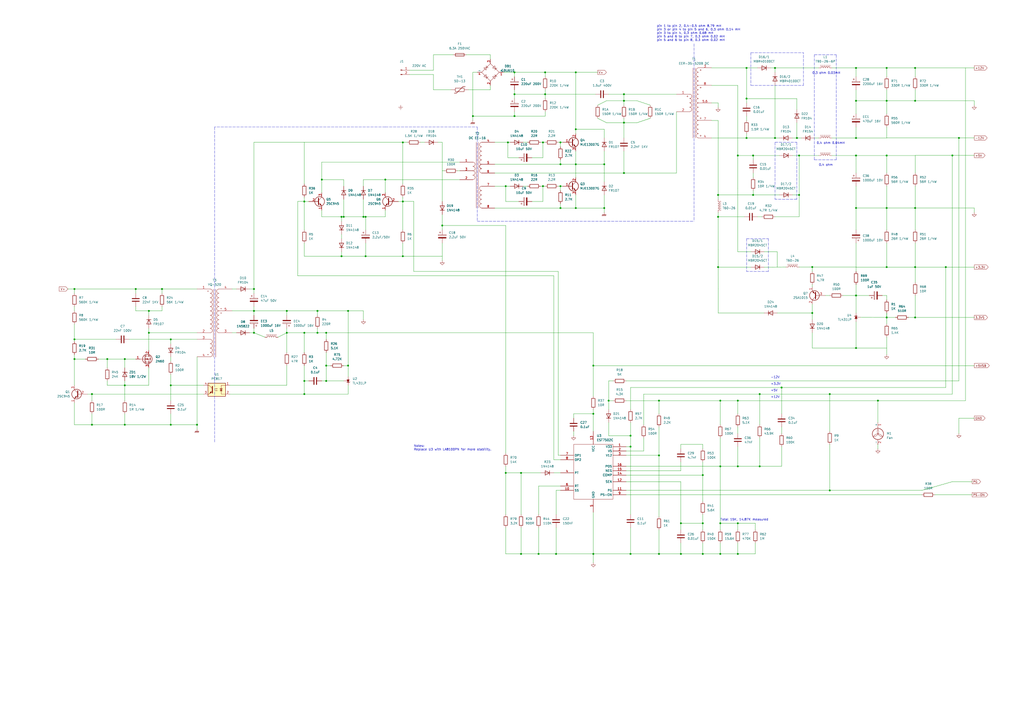
<source format=kicad_sch>
(kicad_sch (version 20231120) (generator "eeschema") (generator_version "8.0")
  (paper "A2")
  (title_block (title "Xigmatek EN48571 Z-Power 600W") (date "2017-03-22") (rev "A0") (company "Xigmatek") (comment 1 "Reverse engineered by Khralkatorrix"))
  (junction (at 293.362 107.992))
  (junction (at 449.572 39.412))
  (junction (at 210.812 125.772))
  (junction (at 302.26 321.31))
  (junction (at 509.27 232.41))
  (junction (at 322.58 321.31))
  (junction (at 314.952 82.592))
  (junction (at 365.76 321.31))
  (junction (at 302.26 274.32))
  (junction (at 427.99 321.31))
  (junction (at 496.57 120.65))
  (junction (at 514.342 90.212))
  (junction (at 530.852 39.412))
  (junction (at 312.42 321.31))
  (junction (at 361.942 54.652))
  (junction (at 189.23 212.09))
  (junction (at 427.99 270.51))
  (junction (at 514.35 154.94))
  (junction (at 496.562 90.212))
  (junction (at 298.442 67.352))
  (junction (at 552.45 90.17))
  (junction (at 233.672 82.592))
  (junction (at 530.86 154.94))
  (junction (at 433.062 39.412))
  (junction (at 274.312 67.352))
  (junction (at 53.34 228.6))
  (junction (at 416.552 125.772))
  (junction (at 382.27 321.31))
  (junction (at 99.06 246.38))
  (junction (at 514.342 39.412))
  (junction (at 316.222 54.652))
  (junction (at 407.67 275.59))
  (junction (at 361.942 100.372))
  (junction (at 407.67 321.31))
  (junction (at 176.522 116.882))
  (junction (at 325.112 95.292))
  (junction (at 548.64 154.94))
  (junction (at 417.83 232.41))
  (junction (at 427.982 90.212))
  (junction (at 184.15 193.04))
  (junction (at 184.15 180.34))
  (junction (at 496.562 80.052))
  (junction (at 530.852 58.462))
  (junction (at 43.18 167.64))
  (junction (at 471.178 181.568))
  (junction (at 334.002 41.952))
  (junction (at 344.17 321.31))
  (junction (at 198.112 148.632))
  (junction (at 43.18 208.28))
  (junction (at 86.36 180.34))
  (junction (at 43.18 196.85))
  (junction (at 166.37 193.04))
  (junction (at 201.93 180.34))
  (junction (at 433.062 57.192))
  (junction (at 382.27 264.16))
  (junction (at 481.33 284.48))
  (junction (at 361.942 71.162))
  (junction (at 78.74 167.64))
  (junction (at 350.512 120.692))
  (junction (at 176.53 193.04))
  (junction (at 496.578 201.888))
  (junction (at 233.672 148.632))
  (junction (at 99.06 196.85))
  (junction (at 463.542 113.072))
  (junction (at 556.26 80.01))
  (junction (at 199.382 125.772))
  (junction (at 350.512 95.292))
  (junction (at 147.32 180.34))
  (junction (at 53.34 246.38))
  (junction (at 189.23 220.98))
  (junction (at 440.69 228.6))
  (junction (at 223.512 104.182))
  (junction (at 212.082 148.632))
  (junction (at 147.32 193.04))
  (junction (at 453.39 224.79))
  (junction (at 481.33 228.6))
  (junction (at 394.97 303.53))
  (junction (at 436.872 113.072))
  (junction (at 496.562 39.412))
  (junction (at 514.35 120.65))
  (junction (at 365.76 259.08))
  (junction (at 436.872 90.212))
  (junction (at 316.222 41.952))
  (junction (at 471.178 154.898))
  (junction (at 427.99 232.41))
  (junction (at 530.86 120.65))
  (junction (at 344.17 240.03))
  (junction (at 166.37 180.34))
  (junction (at 417.83 270.51))
  (junction (at 530.86 184.15))
  (junction (at 417.83 303.53))
  (junction (at 201.93 212.09))
  (junction (at 361.942 58.462))
  (junction (at 496.562 58.462))
  (junction (at 176.53 228.6))
  (junction (at 72.39 246.38))
  (junction (at 463.542 90.212))
  (junction (at 334.002 120.692))
  (junction (at 293.37 274.32))
  (junction (at 394.97 321.31))
  (junction (at 298.442 41.952))
  (junction (at 416.552 113.072))
  (junction (at 99.06 223.52))
  (junction (at 334.002 95.292))
  (junction (at 365.76 252.73))
  (junction (at 62.23 208.28))
  (junction (at 176.53 220.98))
  (junction (at 449.572 80.052))
  (junction (at 325.112 82.592))
  (junction (at 72.39 208.28))
  (junction (at 433.062 80.052))
  (junction (at 344.17 212.09))
  (junction (at 233.672 116.882))
  (junction (at 189.23 193.04))
  (junction (at 72.39 223.52))
  (junction (at 427.99 303.53))
  (junction (at 256.54 130.81))
  (junction (at 325.112 107.992))
  (junction (at 334.002 74.972))
  (junction (at 407.67 303.53))
  (junction (at 496.578 171.408))
  (junction (at 186.682 104.182))
  (junction (at 325.112 120.692))
  (junction (at 314.952 107.992))
  (junction (at 417.83 321.31))
  (junction (at 212.082 125.772))
  (junction (at 86.36 193.04))
  (junction (at 93.98 167.64))
  (junction (at 114.3 246.38))
  (junction (at 147.32 167.64))
  (junction (at 462.272 80.052))
  (junction (at 198.112 125.772))
  (junction (at 298.442 54.652))
  (junction (at 514.35 184.15))
  (junction (at 294.632 82.592))
  (junction (at 353.06 232.41))
  (junction (at 416.56 154.94))
  (junction (at 440.69 270.51))
  (junction (at 514.342 58.462))
  (junction (at 382.27 232.41))
  (wire (pts (xy 394.97 314.96) (xy 394.97 321.31)))
  (wire (pts (xy 361.942 54.652) (xy 361.942 58.462)))
  (wire (pts (xy 344.17 212.09) (xy 344.17 229.87)))
  (wire (pts (xy 133.35 228.6) (xy 176.53 228.6)))
  (wire (pts (xy 43.18 208.28) (xy 43.18 223.52)))
  (wire (pts (xy 184.15 182.88) (xy 184.15 180.34)))
  (wire (pts (xy 43.18 187.96) (xy 43.18 196.85)))
  (wire (pts (xy 176.53 212.09) (xy 176.53 220.98)))
  (wire (pts (xy 325.12 284.48) (xy 322.58 284.48)))
  (wire (pts (xy 433.062 57.192) (xy 433.062 59.732)))
  (wire (pts (xy 427.99 303.53) (xy 438.15 303.53)))
  (wire (pts (xy 548.64 154.94) (xy 548.64 224.79)))
  (wire (pts (xy 323.842 107.992) (xy 325.112 107.992)))
  (wire (pts (xy 74.93 196.85) (xy 99.06 196.85)))
  (wire (pts (xy 353.052 54.652) (xy 361.942 54.652)))
  (wire (pts (xy 346.702 68.622) (xy 351.782 71.162)))
  (polyline (pts (xy 402.59 25.4) (xy 402.59 128.27)) (stroke (width 0) (type dash)))
  (wire (pts (xy 240.03 157.48) (xy 323.85 157.48)))
  (wire (pts (xy 417.83 232.41) (xy 417.83 246.38)))
  (wire (pts (xy 78.74 167.64) (xy 78.74 170.18)))
  (wire (pts (xy 293.37 321.31) (xy 302.26 321.31)))
  (wire (pts (xy 344.17 321.31) (xy 365.76 321.31)))
  (wire (pts (xy 462.272 80.052) (xy 464.812 80.052)))
  (wire (pts (xy 412.742 69.892) (xy 416.552 69.892)))
  (wire (pts (xy 198.112 125.772) (xy 199.382 125.772)))
  (wire (pts (xy 308.602 116.882) (xy 314.952 116.882)))
  (wire (pts (xy 210.82 180.34) (xy 210.82 185.42)))
  (wire (pts (xy 433.062 39.412) (xy 433.062 57.192)))
  (wire (pts (xy 212.082 148.632) (xy 212.082 141.012)))
  (wire (pts (xy 233.672 82.592) (xy 233.672 106.722)))
  (wire (pts (xy 212.082 125.772) (xy 212.082 133.392)))
  (wire (pts (xy 265.422 99.102) (xy 266.692 99.102)))
  (wire (pts (xy 78.74 167.64) (xy 93.98 167.64)))
  (wire (pts (xy 530.86 154.94) (xy 514.35 154.94)))
  (wire (pts (xy 99.06 223.52) (xy 99.06 232.41)))
  (wire (pts (xy 361.942 58.462) (xy 369.562 58.462)))
  (wire (pts (xy 43.18 246.38) (xy 53.34 246.38)))
  (wire (pts (xy 427.99 314.96) (xy 427.99 321.31)))
  (wire (pts (xy 439.412 125.772) (xy 441.952 125.772)))
  (wire (pts (xy 416.568 167.598) (xy 416.568 181.568)))
  (wire (pts (xy 496.578 171.408) (xy 496.578 181.568)))
  (wire (pts (xy 440.69 228.6) (xy 481.33 228.6)))
  (wire (pts (xy 427.99 109.22) (xy 427.982 90.212)))
  (wire (pts (xy 223.512 104.182) (xy 223.512 111.802)))
  (wire (pts (xy 482.592 39.412) (xy 496.562 39.412)))
  (wire (pts (xy 417.83 314.96) (xy 417.83 321.31)))
  (wire (pts (xy 407.67 267.97) (xy 407.67 275.59)))
  (wire (pts (xy 556.26 242.57) (xy 556.26 251.46)))
  (wire (pts (xy 453.39 224.79) (xy 453.39 240.03)))
  (wire (pts (xy 416.56 154.94) (xy 416.56 144.78)))
  (wire (pts (xy 233.672 116.882) (xy 233.672 133.392)))
  (polyline (pts (xy 466.082 49.572) (xy 466.082 30.522)) (stroke (width 0) (type dash)))
  (wire (pts (xy 382.27 232.41) (xy 382.27 240.03)))
  (wire (pts (xy 314.952 116.882) (xy 314.952 107.992)))
  (wire (pts (xy 417.83 232.41) (xy 427.99 232.41)))
  (wire (pts (xy 314.952 82.592) (xy 316.222 82.592)))
  (wire (pts (xy 176.522 141.012) (xy 176.522 148.632)))
  (wire (pts (xy 463.542 113.072) (xy 463.542 90.212)))
  (wire (pts (xy 284.472 31.792) (xy 284.472 34.332)))
  (wire (pts (xy 552.45 228.6) (xy 552.45 90.17)))
  (polyline (pts (xy 124.46 73.66) (xy 124.46 181.61)) (stroke (width 0) (type dash)))
  (wire (pts (xy 274.312 67.352) (xy 298.442 67.352)))
  (wire (pts (xy 351.782 71.162) (xy 361.942 71.162)))
  (wire (pts (xy 443.23 146.05) (xy 450.85 146.05)))
  (wire (pts (xy 133.35 223.52) (xy 166.37 223.52)))
  (wire (pts (xy 514.358 181.568) (xy 514.358 187.918)))
  (wire (pts (xy 472.432 80.052) (xy 474.972 80.052)))
  (wire (pts (xy 271.772 52.112) (xy 284.472 52.112)))
  (wire (pts (xy 427.99 232.41) (xy 509.27 232.41)))
  (wire (pts (xy 365.76 259.08) (xy 365.76 298.45)))
  (wire (pts (xy 134.62 180.34) (xy 147.32 180.34)))
  (wire (pts (xy 313.69 274.32) (xy 302.26 274.32)))
  (wire (pts (xy 99.06 217.17) (xy 99.06 223.52)))
  (wire (pts (xy 323.85 157.48) (xy 323.85 264.16)))
  (wire (pts (xy 321.31 160.02) (xy 172.72 160.02)))
  (wire (pts (xy 392.422 64.812) (xy 392.422 100.372)))
  (wire (pts (xy 298.442 54.652) (xy 316.222 54.652)))
  (wire (pts (xy 363.22 287.02) (xy 534.67 287.02)))
  (wire (pts (xy 298.442 52.112) (xy 298.442 54.652)))
  (wire (pts (xy 240.03 116.84) (xy 240.03 157.48)))
  (polyline (pts (xy 433.07 138.43) (xy 433.07 157.48)) (stroke (width 0) (type dash)))
  (wire (pts (xy 251.452 31.792) (xy 251.452 40.682)))
  (wire (pts (xy 453.39 270.51) (xy 440.69 270.51)))
  (wire (pts (xy 530.86 100.33) (xy 530.852 90.212)))
  (wire (pts (xy 262.882 31.792) (xy 251.452 31.792)))
  (wire (pts (xy 212.082 125.772) (xy 223.512 125.772)))
  (wire (pts (xy 514.35 184.15) (xy 514.358 181.568)))
  (wire (pts (xy 369.562 71.162) (xy 377.182 68.622)))
  (wire (pts (xy 436.872 90.212) (xy 436.872 92.752)))
  (wire (pts (xy 363.22 273.05) (xy 394.97 273.05)))
  (wire (pts (xy 295.902 107.992) (xy 293.362 107.992)))
  (wire (pts (xy 450.85 146.05) (xy 450.85 154.94)))
  (wire (pts (xy 361.942 87.672) (xy 361.942 100.372)))
  (wire (pts (xy 237.482 43.222) (xy 251.452 43.222)))
  (wire (pts (xy 496.578 165.058) (xy 496.578 171.408)))
  (wire (pts (xy 78.74 180.34) (xy 86.36 180.34)))
  (wire (pts (xy 176.53 220.98) (xy 176.53 228.6)))
  (wire (pts (xy 514.358 195.538) (xy 514.358 201.888)))
  (wire (pts (xy 556.26 80.01) (xy 565.15 80.01)))
  (wire (pts (xy 530.852 39.412) (xy 565.142 39.412)))
  (wire (pts (xy 274.312 67.352) (xy 274.312 69.892)))
  (polyline (pts (xy 445.77 157.48) (xy 433.07 157.48)) (stroke (width 0) (type dash)))
  (polyline (pts (xy 433.07 138.43) (xy 445.77 138.43)) (stroke (width 0) (type dash)))
  (wire (pts (xy 416.56 154.94) (xy 435.61 154.94)))
  (wire (pts (xy 50.8 228.6) (xy 53.34 228.6)))
  (wire (pts (xy 334.002 95.292) (xy 334.002 102.912)))
  (wire (pts (xy 407.67 298.45) (xy 407.67 303.53)))
  (wire (pts (xy 438.15 307.34) (xy 438.15 303.53)))
  (wire (pts (xy 496.562 90.212) (xy 514.342 90.212)))
  (wire (pts (xy 530.86 154.94) (xy 530.86 163.83)))
  (polyline (pts (xy 223.52 73.66) (xy 276.86 73.66)) (stroke (width 0) (type dash)))
  (wire (pts (xy 453.39 224.79) (xy 548.64 224.79)))
  (wire (pts (xy 256.532 82.592) (xy 256.532 99.102)))
  (wire (pts (xy 417.83 254) (xy 417.83 270.51)))
  (wire (pts (xy 240.03 116.84) (xy 233.68 116.84)))
  (wire (pts (xy 184.15 193.04) (xy 189.23 193.04)))
  (wire (pts (xy 62.23 223.52) (xy 72.39 223.52)))
  (wire (pts (xy 334.002 87.672) (xy 334.002 95.292)))
  (wire (pts (xy 427.99 109.22) (xy 427.99 146.05)))
  (wire (pts (xy 488.958 171.408) (xy 496.578 171.408)))
  (wire (pts (xy 449.572 39.412) (xy 474.972 39.412)))
  (wire (pts (xy 334.002 74.972) (xy 334.002 77.512)))
  (wire (pts (xy 189.23 212.09) (xy 189.23 220.98)))
  (wire (pts (xy 223.512 104.182) (xy 266.692 104.182)))
  (wire (pts (xy 462.272 71.162) (xy 462.272 80.052)))
  (wire (pts (xy 53.34 246.38) (xy 72.39 246.38)))
  (wire (pts (xy 251.452 43.222) (xy 251.452 52.112)))
  (wire (pts (xy 565.142 61.002) (xy 565.142 58.462)))
  (wire (pts (xy 176.522 82.592) (xy 233.672 82.592)))
  (wire (pts (xy 325.12 274.32) (xy 321.31 274.32)))
  (wire (pts (xy 496.57 107.95) (xy 496.57 120.65)))
  (wire (pts (xy 556.26 80.01) (xy 556.26 220.98)))
  (wire (pts (xy 210.812 107.992) (xy 210.812 104.182)))
  (wire (pts (xy 298.442 67.352) (xy 316.222 67.352)))
  (wire (pts (xy 394.97 257.81) (xy 394.97 260.35)))
  (wire (pts (xy 270.502 31.792) (xy 284.472 31.792)))
  (wire (pts (xy 293.362 107.992) (xy 293.362 116.882)))
  (wire (pts (xy 496.57 120.65) (xy 514.35 120.65)))
  (wire (pts (xy 416.552 59.732) (xy 416.552 62.272)))
  (wire (pts (xy 496.562 73.702) (xy 496.562 80.052)))
  (wire (pts (xy 344.17 240.03) (xy 344.17 250.19)))
  (wire (pts (xy 293.37 270.51) (xy 293.37 274.32)))
  (wire (pts (xy 325.112 82.592) (xy 326.382 82.592)))
  (wire (pts (xy 186.682 94.022) (xy 266.692 94.022)))
  (wire (pts (xy 436.872 113.072) (xy 416.552 113.072)))
  (polyline (pts (xy 472.432 92.752) (xy 472.432 31.792)) (stroke (width 0) (type dash)))
  (wire (pts (xy 78.74 177.8) (xy 78.74 180.34)))
  (wire (pts (xy 438.15 321.31) (xy 427.99 321.31)))
  (wire (pts (xy 365.76 224.79) (xy 453.39 224.79)))
  (polyline (pts (xy 435.602 30.522) (xy 435.602 49.572)) (stroke (width 0) (type dash)))
  (wire (pts (xy 189.23 193.04) (xy 189.23 196.85)))
  (wire (pts (xy 62.23 208.28) (xy 72.39 208.28)))
  (wire (pts (xy 166.37 193.04) (xy 176.53 193.04)))
  (wire (pts (xy 325.112 107.992) (xy 325.112 110.532)))
  (wire (pts (xy 514.342 58.462) (xy 514.342 66.082)))
  (wire (pts (xy 363.22 284.48) (xy 481.33 284.48)))
  (wire (pts (xy 449.572 80.052) (xy 452.112 80.052)))
  (wire (pts (xy 186.682 104.182) (xy 199.382 104.182)))
  (wire (pts (xy 433.062 77.512) (xy 433.062 80.052)))
  (wire (pts (xy 147.32 193.04) (xy 144.78 193.04)))
  (wire (pts (xy 471.178 154.898) (xy 496.578 154.898)))
  (wire (pts (xy 198.112 148.632) (xy 212.082 148.632)))
  (wire (pts (xy 481.33 228.6) (xy 552.45 228.6)))
  (wire (pts (xy 274.312 41.952) (xy 274.312 67.352)))
  (wire (pts (xy 565.15 242.57) (xy 556.26 242.57)))
  (wire (pts (xy 237.482 40.682) (xy 251.452 40.682)))
  (wire (pts (xy 231.132 116.882) (xy 233.672 116.882)))
  (wire (pts (xy 416.552 69.892) (xy 416.552 113.072)))
  (wire (pts (xy 514.35 201.93) (xy 514.35 205.74)))
  (polyline (pts (xy 223.52 73.66) (xy 124.46 73.66)) (stroke (width 0) (type dash)))
  (wire (pts (xy 417.83 303.53) (xy 427.99 303.53)))
  (wire (pts (xy 316.222 54.652) (xy 345.432 54.652)))
  (wire (pts (xy 530.852 58.462) (xy 565.142 58.462)))
  (wire (pts (xy 43.18 233.68) (xy 43.18 246.38)))
  (wire (pts (xy 449.572 39.412) (xy 449.572 41.952)))
  (wire (pts (xy 449.572 125.772) (xy 463.542 125.772)))
  (wire (pts (xy 382.27 264.16) (xy 363.22 264.16)))
  (wire (pts (xy 293.37 274.32) (xy 293.37 298.45)))
  (wire (pts (xy 530.852 52.112) (xy 530.852 58.462)))
  (wire (pts (xy 316.222 52.112) (xy 316.222 54.652)))
  (wire (pts (xy 176.53 193.04) (xy 176.53 204.47)))
  (wire (pts (xy 496.57 120.65) (xy 496.57 133.35)))
  (wire (pts (xy 325.112 107.992) (xy 326.382 107.992)))
  (wire (pts (xy 496.562 39.412) (xy 496.562 44.492)))
  (wire (pts (xy 530.86 140.97) (xy 530.86 154.94)))
  (wire (pts (xy 365.76 224.79) (xy 365.76 237.49)))
  (wire (pts (xy 189.23 212.09) (xy 191.77 212.09)))
  (wire (pts (xy 530.86 184.15) (xy 565.15 184.15)))
  (wire (pts (xy 189.23 220.98) (xy 199.39 220.98)))
  (wire (pts (xy 201.93 180.34) (xy 201.93 212.09)))
  (wire (pts (xy 233.672 148.632) (xy 256.532 148.632)))
  (wire (pts (xy 471.178 181.568) (xy 471.178 185.378)))
  (wire (pts (xy 210.812 125.772) (xy 212.082 125.772)))
  (wire (pts (xy 394.97 279.4) (xy 394.97 303.53)))
  (wire (pts (xy 147.32 180.34) (xy 166.37 180.34)))
  (wire (pts (xy 322.58 306.07) (xy 322.58 321.31)))
  (wire (pts (xy 313.682 107.992) (xy 314.952 107.992)))
  (wire (pts (xy 412.742 49.572) (xy 427.982 49.572)))
  (wire (pts (xy 144.78 167.64) (xy 147.32 167.64)))
  (wire (pts (xy 344.17 321.31) (xy 344.17 326.39)))
  (wire (pts (xy 294.632 91.482) (xy 294.632 82.592)))
  (wire (pts (xy 114.3 246.38) (xy 99.06 246.38)))
  (wire (pts (xy 72.39 223.52) (xy 72.39 232.41)))
  (wire (pts (xy 353.06 252.73) (xy 365.76 252.73)))
  (wire (pts (xy 382.27 321.31) (xy 382.27 307.34)))
  (wire (pts (xy 438.15 314.96) (xy 438.15 321.31)))
  (wire (pts (xy 334.002 95.292) (xy 350.512 95.292)))
  (wire (pts (xy 176.522 114.342) (xy 176.522 116.882)))
  (wire (pts (xy 394.97 303.53) (xy 407.67 303.53)))
  (wire (pts (xy 316.222 67.352) (xy 316.222 64.812)))
  (wire (pts (xy 530.852 44.492) (xy 530.852 39.412)))
  (wire (pts (xy 43.18 205.74) (xy 43.18 208.28)))
  (wire (pts (xy 514.35 184.15) (xy 519.43 184.15)))
  (wire (pts (xy 166.37 193.04) (xy 161.29 195.58)))
  (wire (pts (xy 344.17 193.04) (xy 344.17 212.09)))
  (wire (pts (xy 449.572 80.052) (xy 433.062 80.052)))
  (wire (pts (xy 314.952 107.992) (xy 316.222 107.992)))
  (wire (pts (xy 443.23 154.94) (xy 448.31 154.94)))
  (polyline (pts (xy 449.572 82.592) (xy 462.272 82.592)) (stroke (width 0) (type dash)))
  (wire (pts (xy 201.93 228.6) (xy 176.53 228.6)))
  (wire (pts (xy 471.178 192.998) (xy 471.178 201.888)))
  (wire (pts (xy 514.358 171.408) (xy 514.358 173.948)))
  (wire (pts (xy 303.522 107.992) (xy 306.062 107.992)))
  (wire (pts (xy 530.852 58.462) (xy 514.342 58.462)))
  (wire (pts (xy 287.012 120.692) (xy 325.112 120.692)))
  (wire (pts (xy 313.682 82.592) (xy 314.952 82.592)))
  (wire (pts (xy 293.362 116.882) (xy 300.982 116.882)))
  (wire (pts (xy 201.93 180.34) (xy 210.82 180.34)))
  (wire (pts (xy 344.17 237.49) (xy 344.17 240.03)))
  (wire (pts (xy 363.22 279.4) (xy 394.97 279.4)))
  (wire (pts (xy 198.112 125.772) (xy 198.112 128.312)))
  (wire (pts (xy 462.272 57.192) (xy 433.062 57.192)))
  (wire (pts (xy 481.33 257.81) (xy 481.33 284.48)))
  (wire (pts (xy 482.592 90.212) (xy 496.562 90.212)))
  (wire (pts (xy 427.99 146.05) (xy 435.61 146.05)))
  (wire (pts (xy 137.16 193.04) (xy 134.62 193.04)))
  (wire (pts (xy 382.27 264.16) (xy 382.27 299.72)))
  (wire (pts (xy 325.112 95.292) (xy 334.002 95.292)))
  (wire (pts (xy 251.452 52.112) (xy 261.612 52.112)))
  (wire (pts (xy 199.382 125.772) (xy 210.812 125.772)))
  (wire (pts (xy 382.27 232.41) (xy 417.83 232.41)))
  (wire (pts (xy 440.69 254) (xy 440.69 270.51)))
  (wire (pts (xy 382.27 247.65) (xy 382.27 264.16)))
  (wire (pts (xy 312.42 281.94) (xy 325.12 281.94)))
  (wire (pts (xy 530.86 120.65) (xy 565.15 120.65)))
  (wire (pts (xy 166.37 223.52) (xy 166.37 212.09)))
  (wire (pts (xy 189.23 193.04) (xy 344.17 193.04)))
  (wire (pts (xy 176.522 82.592) (xy 176.522 106.722)))
  (wire (pts (xy 363.22 232.41) (xy 382.27 232.41)))
  (wire (pts (xy 496.562 52.112) (xy 496.562 58.462)))
  (wire (pts (xy 287.012 95.292) (xy 325.112 95.292)))
  (wire (pts (xy 284.472 52.112) (xy 284.472 49.572)))
  (wire (pts (xy 353.06 232.41) (xy 353.06 237.49)))
  (wire (pts (xy 316.222 41.952) (xy 334.002 41.952)))
  (wire (pts (xy 72.39 220.98) (xy 72.39 223.52)))
  (wire (pts (xy 323.85 264.16) (xy 325.12 264.16)))
  (wire (pts (xy 199.382 115.612) (xy 199.382 125.772)))
  (wire (pts (xy 287.012 100.372) (xy 361.942 100.372)))
  (wire (pts (xy 427.99 232.41) (xy 427.99 240.03)))
  (wire (pts (xy 334.002 113.072) (xy 334.002 120.692)))
  (wire (pts (xy 514.342 39.412) (xy 496.562 39.412)))
  (wire (pts (xy 394.97 303.53) (xy 394.97 307.34)))
  (wire (pts (xy 176.53 116.84) (xy 172.72 116.84)))
  (polyline (pts (xy 449.572 82.592) (xy 449.572 115.612)) (stroke (width 0) (type dash)))
  (wire (pts (xy 416.568 181.568) (xy 443.238 181.568)))
  (polyline (pts (xy 435.602 49.572) (xy 466.082 49.572)) (stroke (width 0) (type dash)))
  (wire (pts (xy 153.67 195.58) (xy 147.32 193.04)))
  (wire (pts (xy 350.512 120.692) (xy 334.002 120.692)))
  (wire (pts (xy 298.442 54.652) (xy 298.442 57.192)))
  (wire (pts (xy 471.178 154.898) (xy 471.178 157.438)))
  (wire (pts (xy 303.522 82.592) (xy 306.062 82.592)))
  (wire (pts (xy 436.872 113.072) (xy 436.872 110.532)))
  (wire (pts (xy 565.15 123.19) (xy 565.15 120.65)))
  (wire (pts (xy 298.442 41.952) (xy 298.442 44.492)))
  (wire (pts (xy 322.58 321.31) (xy 344.17 321.31)))
  (wire (pts (xy 496.562 58.462) (xy 496.562 66.082)))
  (polyline (pts (xy 485.132 31.792) (xy 485.132 92.752)) (stroke (width 0) (type dash)))
  (wire (pts (xy 186.682 121.962) (xy 186.682 125.772)))
  (wire (pts (xy 134.62 167.64) (xy 137.16 167.64)))
  (wire (pts (xy 417.83 307.34) (xy 417.83 303.53)))
  (wire (pts (xy 563.88 279.4) (xy 552.45 279.4)))
  (wire (pts (xy 552.45 279.4) (xy 534.67 284.48)))
  (wire (pts (xy 166.37 190.5) (xy 166.37 193.04)))
  (wire (pts (xy 314.952 82.592) (xy 314.952 91.482)))
  (wire (pts (xy 481.33 228.6) (xy 481.33 250.19)))
  (wire (pts (xy 552.45 90.17) (xy 565.15 90.17)))
  (wire (pts (xy 530.86 107.95) (xy 530.86 120.65)))
  (wire (pts (xy 496.562 90.212) (xy 496.57 100.33)))
  (wire (pts (xy 166.37 193.04) (xy 166.37 204.47)))
  (wire (pts (xy 436.872 90.212) (xy 452.112 90.212)))
  (wire (pts (xy 39.37 167.64) (xy 43.18 167.64)))
  (wire (pts (xy 287.012 82.592) (xy 294.632 82.592)))
  (wire (pts (xy 514.342 44.492) (xy 514.342 39.412)))
  (wire (pts (xy 57.15 208.28) (xy 62.23 208.28)))
  (wire (pts (xy 323.842 82.592) (xy 325.112 82.592)))
  (wire (pts (xy 514.35 120.65) (xy 514.35 133.35)))
  (wire (pts (xy 233.672 114.342) (xy 233.672 116.882)))
  (wire (pts (xy 436.872 100.372) (xy 436.872 102.912)))
  (wire (pts (xy 363.22 270.51) (xy 417.83 270.51)))
  (wire (pts (xy 256.54 124.46) (xy 256.54 130.81)))
  (wire (pts (xy 256.54 99.06) (xy 256.54 116.84)))
  (wire (pts (xy 86.36 213.36) (xy 86.36 223.52)))
  (wire (pts (xy 201.93 218.44) (xy 201.93 212.09)))
  (wire (pts (xy 353.06 220.98) (xy 355.6 220.98)))
  (wire (pts (xy 481.33 284.48) (xy 534.67 284.48)))
  (wire (pts (xy 471.178 176.488) (xy 471.178 181.568)))
  (wire (pts (xy 496.57 140.97) (xy 496.57 154.94)))
  (wire (pts (xy 186.682 94.022) (xy 186.682 104.182)))
  (wire (pts (xy 548.64 154.94) (xy 565.15 154.94)))
  (wire (pts (xy 114.3 207.01) (xy 114.3 246.38)))
  (wire (pts (xy 496.578 154.898) (xy 496.578 157.438)))
  (wire (pts (xy 302.26 306.07) (xy 302.26 321.31)))
  (wire (pts (xy 478.798 171.408) (xy 481.338 171.408)))
  (wire (pts (xy 253.992 82.592) (xy 256.532 82.592)))
  (wire (pts (xy 176.522 148.632) (xy 198.112 148.632)))
  (wire (pts (xy 514.35 120.65) (xy 530.86 120.65)))
  (wire (pts (xy 433.062 80.052) (xy 412.742 80.052)))
  (wire (pts (xy 394.97 257.81) (xy 407.67 257.81)))
  (wire (pts (xy 560.07 39.37) (xy 560.07 232.41)))
  (wire (pts (xy 373.38 228.6) (xy 373.38 246.38)))
  (wire (pts (xy 365.76 321.31) (xy 382.27 321.31)))
  (wire (pts (xy 302.26 321.31) (xy 312.42 321.31)))
  (wire (pts (xy 471.178 165.058) (xy 471.178 166.328)))
  (wire (pts (xy 482.592 80.052) (xy 496.562 80.052)))
  (wire (pts (xy 511.818 171.408) (xy 514.358 171.408)))
  (wire (pts (xy 114.3 193.04) (xy 86.36 193.04)))
  (polyline (pts (xy 435.602 30.522) (xy 466.082 30.522)) (stroke (width 0) (type dash)))
  (wire (pts (xy 184.15 180.34) (xy 201.93 180.34)))
  (wire (pts (xy 99.06 196.85) (xy 99.06 199.39)))
  (wire (pts (xy 334.002 74.972) (xy 350.512 74.972)))
  (wire (pts (xy 334.002 41.952) (xy 334.002 74.972)))
  (wire (pts (xy 293.37 262.89) (xy 293.37 130.81)))
  (wire (pts (xy 316.222 54.652) (xy 316.222 57.192)))
  (wire (pts (xy 43.18 196.85) (xy 43.18 198.12)))
  (wire (pts (xy 147.32 190.5) (xy 147.32 193.04)))
  (wire (pts (xy 325.12 266.7) (xy 321.31 266.7)))
  (wire (pts (xy 147.32 167.64) (xy 147.32 170.18)))
  (polyline (pts (xy 462.272 115.612) (xy 449.572 115.612)) (stroke (width 0) (type dash)))
  (wire (pts (xy 459.732 90.212) (xy 463.542 90.212)))
  (wire (pts (xy 201.93 223.52) (xy 201.93 228.6)))
  (wire (pts (xy 43.18 177.8) (xy 43.18 180.34)))
  (wire (pts (xy 233.672 82.592) (xy 236.212 82.592)))
  (wire (pts (xy 382.27 321.31) (xy 394.97 321.31)))
  (polyline (pts (xy 445.77 138.43) (xy 445.77 157.48)) (stroke (width 0) (type dash)))
  (wire (pts (xy 62.23 213.36) (xy 62.23 208.28)))
  (wire (pts (xy 72.39 208.28) (xy 78.74 208.28)))
  (wire (pts (xy 514.342 90.212) (xy 530.852 90.212)))
  (wire (pts (xy 417.83 270.51) (xy 427.99 270.51)))
  (wire (pts (xy 86.36 193.04) (xy 86.36 203.2)))
  (wire (pts (xy 361.942 100.372) (xy 392.422 100.372)))
  (wire (pts (xy 184.15 193.04) (xy 184.15 190.5)))
  (wire (pts (xy 394.97 267.97) (xy 394.97 273.05)))
  (wire (pts (xy 363.22 261.62) (xy 373.38 261.62)))
  (wire (pts (xy 99.06 240.03) (xy 99.06 246.38)))
  (wire (pts (xy 256.54 140.97) (xy 256.54 148.59)))
  (wire (pts (xy 93.98 177.8) (xy 93.98 180.34)))
  (wire (pts (xy 223.512 121.962) (xy 223.512 125.772)))
  (wire (pts (xy 344.17 212.09) (xy 565.15 212.09)))
  (wire (pts (xy 514.35 120.65) (xy 514.35 107.95)))
  (wire (pts (xy 294.632 82.592) (xy 295.902 82.592)))
  (wire (pts (xy 530.86 154.94) (xy 548.64 154.94)))
  (wire (pts (xy 256.54 130.81) (xy 256.54 133.35)))
  (wire (pts (xy 440.69 270.51) (xy 427.99 270.51)))
  (wire (pts (xy 509.27 245.11) (xy 509.27 232.41)))
  (wire (pts (xy 527.05 184.15) (xy 530.86 184.15)))
  (wire (pts (xy 72.39 240.03) (xy 72.39 246.38)))
  (wire (pts (xy 514.342 73.702) (xy 514.342 80.052)))
  (wire (pts (xy 377.182 61.002) (xy 369.562 58.462)))
  (wire (pts (xy 212.082 148.632) (xy 233.672 148.632)))
  (wire (pts (xy 43.18 196.85) (xy 67.31 196.85)))
  (wire (pts (xy 407.67 314.96) (xy 407.67 321.31)))
  (wire (pts (xy 373.38 261.62) (xy 373.38 254)))
  (wire (pts (xy 463.542 90.212) (xy 474.972 90.212)))
  (wire (pts (xy 298.442 41.952) (xy 316.222 41.952)))
  (wire (pts (xy 416.56 154.94) (xy 416.568 167.598)))
  (wire (pts (xy 350.512 113.072) (xy 350.512 120.692)))
  (wire (pts (xy 417.83 270.51) (xy 417.83 303.53)))
  (wire (pts (xy 300.982 91.482) (xy 294.632 91.482)))
  (wire (pts (xy 412.742 39.412) (xy 433.062 39.412)))
  (wire (pts (xy 353.06 245.11) (xy 353.06 252.73)))
  (wire (pts (xy 147.32 82.55) (xy 176.53 82.55)))
  (polyline (pts (xy 472.432 92.752) (xy 485.132 92.752)) (stroke (width 0) (type dash)))
  (wire (pts (xy 530.852 39.412) (xy 514.342 39.412)))
  (wire (pts (xy 514.35 140.97) (xy 514.35 154.94)))
  (wire (pts (xy 373.38 228.6) (xy 440.69 228.6)))
  (wire (pts (xy 350.512 95.292) (xy 350.512 105.452)))
  (wire (pts (xy 417.83 321.31) (xy 407.67 321.31)))
  (wire (pts (xy 189.23 204.47) (xy 189.23 212.09)))
  (wire (pts (xy 427.99 259.08) (xy 427.99 270.51)))
  (wire (pts (xy 298.442 64.812) (xy 298.442 67.352)))
  (wire (pts (xy 166.37 182.88) (xy 166.37 180.34)))
  (wire (pts (xy 560.07 232.41) (xy 509.27 232.41)))
  (wire (pts (xy 514.35 154.94) (xy 496.57 154.94)))
  (wire (pts (xy 427.99 321.31) (xy 417.83 321.31)))
  (wire (pts (xy 176.522 116.882) (xy 176.522 133.392)))
  (wire (pts (xy 99.06 196.85) (xy 114.3 196.85)))
  (wire (pts (xy 471.178 201.888) (xy 496.578 201.888)))
  (wire (pts (xy 496.578 201.888) (xy 514.358 201.888)))
  (wire (pts (xy 407.67 307.34) (xy 407.67 303.53)))
  (wire (pts (xy 407.67 275.59) (xy 363.22 275.59)))
  (wire (pts (xy 86.36 180.34) (xy 86.36 182.88)))
  (wire (pts (xy 334.002 41.952) (xy 346.702 41.952)))
  (wire (pts (xy 314.952 91.482) (xy 308.602 91.482)))
  (wire (pts (xy 514.342 52.112) (xy 514.342 58.462)))
  (wire (pts (xy 93.98 167.64) (xy 114.3 167.64)))
  (wire (pts (xy 72.39 208.28) (xy 72.39 213.36)))
  (wire (pts (xy 186.682 125.772) (xy 198.112 125.772)))
  (wire (pts (xy 365.76 306.07) (xy 365.76 321.31)))
  (wire (pts (xy 509.27 257.81) (xy 509.27 260.35)))
  (wire (pts (xy 201.93 212.09) (xy 199.39 212.09)))
  (wire (pts (xy 433.062 39.412) (xy 439.412 39.412)))
  (wire (pts (xy 496.578 171.408) (xy 504.198 171.408)))
  (wire (pts (xy 43.18 167.64) (xy 43.18 170.18)))
  (wire (pts (xy 186.69 220.98) (xy 189.23 220.98)))
  (wire (pts (xy 440.69 228.6) (xy 440.69 246.38)))
  (wire (pts (xy 312.42 321.31) (xy 322.58 321.31)))
  (wire (pts (xy 514.35 80.01) (xy 556.26 80.01)))
  (wire (pts (xy 351.782 58.462) (xy 361.942 58.462)))
  (wire (pts (xy 53.34 228.6) (xy 118.11 228.6)))
  (wire (pts (xy 344.17 297.18) (xy 344.17 321.31)))
  (wire (pts (xy 346.702 61.002) (xy 351.782 58.462)))
  (wire (pts (xy 496.578 186.648) (xy 496.578 201.888)))
  (wire (pts (xy 365.76 245.11) (xy 365.76 252.73)))
  (wire (pts (xy 186.682 104.182) (xy 186.682 111.802)))
  (polyline (pts (xy 462.272 82.592) (xy 462.272 115.612)) (stroke (width 0) (type dash)))
  (wire (pts (xy 86.36 193.04) (xy 86.36 190.5)))
  (wire (pts (xy 416.552 125.772) (xy 416.552 123.232)))
  (wire (pts (xy 463.542 125.772) (xy 463.542 113.072)))
  (wire (pts (xy 453.39 259.08) (xy 453.39 270.51)))
  (wire (pts (xy 530.86 90.17) (xy 552.45 90.17)))
  (wire (pts (xy 530.86 171.45) (xy 530.86 184.15)))
  (wire (pts (xy 350.512 87.672) (xy 350.512 95.292)))
  (wire (pts (xy 312.42 298.45) (xy 312.42 281.94)))
  (wire (pts (xy 412.742 59.732) (xy 416.552 59.732)))
  (wire (pts (xy 363.22 220.98) (xy 556.26 220.98)))
  (wire (pts (xy 99.06 207.01) (xy 99.06 209.55)))
  (wire (pts (xy 147.32 180.34) (xy 147.32 182.88)))
  (wire (pts (xy 407.67 257.81) (xy 407.67 260.35)))
  (wire (pts (xy 514.342 58.462) (xy 496.562 58.462)))
  (wire (pts (xy 172.72 116.84) (xy 172.72 160.02)))
  (wire (pts (xy 436.872 113.072) (xy 452.112 113.072)))
  (wire (pts (xy 514.342 80.052) (xy 496.562 80.052)))
  (wire (pts (xy 332.74 250.19) (xy 332.74 252.73)))
  (wire (pts (xy 462.272 80.052) (xy 459.732 80.052)))
  (wire (pts (xy 361.942 54.652) (xy 392.422 54.652)))
  (wire (pts (xy 199.382 104.182) (xy 199.382 107.992)))
  (wire (pts (xy 233.672 141.012) (xy 233.672 148.632)))
  (wire (pts (xy 363.22 259.08) (xy 365.76 259.08)))
  (wire (pts (xy 499.118 184.108) (xy 514.35 184.15)))
  (wire (pts (xy 176.53 220.98) (xy 179.07 220.98)))
  (wire (pts (xy 43.18 208.28) (xy 49.53 208.28)))
  (wire (pts (xy 353.06 232.41) (xy 355.6 232.41)))
  (wire (pts (xy 332.74 240.03) (xy 344.17 240.03)))
  (wire (pts (xy 453.39 247.65) (xy 453.39 251.46)))
  (wire (pts (xy 322.58 284.48) (xy 322.58 298.45)))
  (wire (pts (xy 276.852 41.952) (xy 274.312 41.952)))
  (wire (pts (xy 99.06 246.38) (xy 72.39 246.38)))
  (wire (pts (xy 312.42 306.07) (xy 312.42 321.31)))
  (wire (pts (xy 462.272 63.542) (xy 462.272 57.192)))
  (wire (pts (xy 147.32 177.8) (xy 147.32 180.34)))
  (wire (pts (xy 447.032 39.412) (xy 449.572 39.412)))
  (wire (pts (xy 448.31 154.94) (xy 455.938 154.898)))
  (wire (pts (xy 433.062 67.352) (xy 433.062 69.892)))
  (wire (pts (xy 350.512 74.972) (xy 350.512 80.052)))
  (wire (pts (xy 210.812 104.182) (xy 223.512 104.182)))
  (wire (pts (xy 184.15 180.34) (xy 166.37 180.34)))
  (wire (pts (xy 361.942 71.162) (xy 361.942 80.052)))
  (wire (pts (xy 292.092 41.952) (xy 298.442 41.952)))
  (wire (pts (xy 256.532 99.102) (xy 257.802 99.102)))
  (wire (pts (xy 427.99 247.65) (xy 427.99 251.46)))
  (wire (pts (xy 179.062 116.882) (xy 176.522 116.882)))
  (wire (pts (xy 325.112 92.752) (xy 325.112 95.292)))
  (wire (pts (xy 62.23 220.98) (xy 62.23 223.52)))
  (wire (pts (xy 256.532 148.632) (xy 256.532 151.172)))
  (wire (pts (xy 542.29 287.02) (xy 563.88 287.02)))
  (wire (pts (xy 350.512 120.692) (xy 350.512 123.232)))
  (wire (pts (xy 293.37 306.07) (xy 293.37 321.31)))
  (wire (pts (xy 361.942 68.622) (xy 361.942 71.162)))
  (polyline (pts (xy 124.46 181.61) (xy 124.46 256.54)) (stroke (width 0) (type dash)))
  (wire (pts (xy 325.112 82.592) (xy 325.112 85.132)))
  (wire (pts (xy 43.18 167.64) (xy 78.74 167.64)))
  (wire (pts (xy 53.34 246.38) (xy 53.34 240.03)))
  (wire (pts (xy 86.36 223.52) (xy 72.39 223.52)))
  (wire (pts (xy 316.222 44.492) (xy 316.222 41.952)))
  (wire (pts (xy 407.67 275.59) (xy 407.67 290.83)))
  (wire (pts (xy 427.982 90.212) (xy 436.872 90.212)))
  (wire (pts (xy 450.858 181.568) (xy 471.178 181.568)))
  (wire (pts (xy 147.32 167.64) (xy 147.32 82.55)))
  (polyline (pts (xy 276.86 73.66) (xy 276.86 128.27)) (stroke (width 0) (type dash)))
  (wire (pts (xy 514.35 100.33) (xy 514.342 90.212)))
  (wire (pts (xy 243.832 82.592) (xy 246.372 82.592)))
  (wire (pts (xy 302.26 274.32) (xy 302.26 298.45)))
  (wire (pts (xy 118.11 223.52) (xy 99.06 223.52)))
  (wire (pts (xy 93.98 170.18) (xy 93.98 167.64)))
  (polyline (pts (xy 276.86 128.27) (xy 402.59 128.27)) (stroke (width 0) (type dash)))
  (wire (pts (xy 198.112 146.092) (xy 198.112 148.632)))
  (wire (pts (xy 198.112 135.932) (xy 198.112 138.472)))
  (wire (pts (xy 530.86 133.35) (xy 530.86 120.65)))
  (wire (pts (xy 210.812 115.612) (xy 210.812 125.772)))
  (wire (pts (xy 53.34 228.6) (xy 53.34 232.41)))
  (wire (pts (xy 293.37 130.81) (xy 256.54 130.81)))
  (wire (pts (xy 427.99 303.53) (xy 427.99 307.34)))
  (wire (pts (xy 176.53 193.04) (xy 184.15 193.04)))
  (wire (pts (xy 325.112 118.152) (xy 325.112 120.692)))
  (wire (pts (xy 431.792 125.772) (xy 416.552 125.772)))
  (wire (pts (xy 287.012 107.992) (xy 293.362 107.992)))
  (wire (pts (xy 416.56 144.78) (xy 416.552 125.772)))
  (wire (pts (xy 416.552 113.072) (xy 416.552 115.612)))
  (wire (pts (xy 394.97 321.31) (xy 407.67 321.31)))
  (wire (pts (xy 365.76 252.73) (xy 365.76 259.08)))
  (wire (pts (xy 449.572 49.572) (xy 449.572 80.052)))
  (polyline (pts (xy 472.432 31.792) (xy 485.132 31.792)) (stroke (width 0) (type dash)))
  (wire (pts (xy 463.558 154.898) (xy 471.178 154.898)))
  (wire (pts (xy 361.942 71.162) (xy 369.562 71.162)))
  (wire (pts (xy 361.942 58.462) (xy 361.942 61.002)))
  (wire (pts (xy 86.36 180.34) (xy 93.98 180.34)))
  (wire (pts (xy 321.31 266.7) (xy 321.31 160.02)))
  (wire (pts (xy 332.74 242.57) (xy 332.74 240.03)))
  (wire (pts (xy 325.112 120.692) (xy 334.002 120.692)))
  (wire (pts (xy 427.982 90.212) (xy 427.982 49.572)))
  (wire (pts (xy 302.26 274.32) (xy 293.37 274.32)))
  (wire (pts (xy 353.06 220.98) (xy 353.06 232.41)))
  (wire (pts (xy 459.732 113.072) (xy 463.542 113.072)))
  (wire (pts (xy 114.3 246.38) (xy 114.3 248.92)))
  (text "pin 1 to pin 2, 0.4-0.5 ohm 8.79 mH\npin 3 or pin 4 to pin 5 and 6, 0.3 ohm 0.14 mH\npin 3 to pin 4, 0.3 ohm 0.68 mH\npin 5 and 6 to pin 7, 0.3 ohm 0.02 mH\npin 5 and 6 to pin 8, 0.3 ohm 0.02 mH" (at 381 24.13 0) (effects (font (size 1.27 1.27)) (justify left bottom)))
  (text "-12V" (at 447.04 219.71 0) (effects (font (size 1.27 1.27)) (justify left bottom)))
  (text "+5V" (at 447.04 227.33 0) (effects (font (size 1.27 1.27)) (justify left bottom)))
  (text "0.4 ohm 0.04mH" (at 473.71 83.82 0) (effects (font (size 1.27 1.27)) (justify left bottom)))
  (text "+3.3V" (at 447.04 223.52 0) (effects (font (size 1.27 1.27)) (justify left bottom)))
  (text "Notes:\nReplace U3 with LA8100PN for more stability." (at 240.03 261.62 0) (effects (font (size 1.27 1.27)) (justify left bottom)))
  (text "Total 15K, 14.87K measured" (at 417.83 302.26 0) (effects (font (size 1.27 1.27)) (justify left bottom)))
  (text "+12V" (at 447.04 231.14 0) (effects (font (size 1.27 1.27)) (justify left bottom)))
  (text "0.3 ohm 0.03mH" (at 471.17 43.18 0) (effects (font (size 1.27 1.27)) (justify left bottom)))
  (text "0.4 ohm" (at 474.98 96.52 0) (effects (font (size 1.27 1.27)) (justify left bottom)))
  (global_label "PG" (shape output) (at 563.88 279.4 0) (property "Intersheetrefs" "${INTERSHEET_REFS}" (effects (hide yes))))
  (global_label "PS-ON" (shape output) (at 563.88 287.02 0) (property "Intersheetrefs" "${INTERSHEET_REFS}" (effects (hide yes))))
  (global_label "GND" (shape output) (at 565.15 242.57 0) (property "Intersheetrefs" "${INTERSHEET_REFS}" (effects (hide yes))))
  (global_label "V+" (shape input) (at 39.37 167.64 180) (property "Intersheetrefs" "${INTERSHEET_REFS}" (effects (hide yes))))
  (global_label "3.3VS" (shape output) (at 565.15 184.15 0) (property "Intersheetrefs" "${INTERSHEET_REFS}" (effects (hide yes))))
  (global_label "+12V" (shape output) (at 565.142 39.412 0) (property "Intersheetrefs" "${INTERSHEET_REFS}" (effects (hide yes))))
  (global_label "+5V" (shape output) (at 565.15 90.17 0) (property "Intersheetrefs" "${INTERSHEET_REFS}" (effects (hide yes))))
  (global_label "-12V" (shape output) (at 565.15 80.01 0) (property "Intersheetrefs" "${INTERSHEET_REFS}" (effects (hide yes))))
  (global_label "+3.3V" (shape output) (at 565.15 154.94 0) (property "Intersheetrefs" "${INTERSHEET_REFS}" (effects (hide yes))))
  (global_label "V+" (shape output) (at 346.702 41.952 0) (property "Intersheetrefs" "${INTERSHEET_REFS}" (effects (hide yes))))
  (global_label "+5VSB" (shape output) (at 565.15 212.09 0) (property "Intersheetrefs" "${INTERSHEET_REFS}" (effects (hide yes))))
  (symbol (lib_id "Device:R") (at 261.612 99.102 90) (unit 1)
    (property "Reference" "R30" (at 261.612 92.752 90))
    (property "Value" "100R" (at 261.612 95.292 90))
  )
  (symbol (lib_id "Device:C") (at 427.99 255.27 0) (unit 1)
    (property "Reference" "C36" (at 431.8 253.9999 0) (effects (justify left)))
    (property "Value" "47nF" (at 431.8 256.5399 0) (effects (justify left)))
  )
  (symbol (lib_id "Device:Transformer_1P_1S") (at 402.59 44.45 0) (unit 1)
    (property "Reference" "T1" (at 402.59 34.29 0))
    (property "Value" "EER-35-520B DC" (at 402.59 36.83 0))
  )
  (symbol (lib_id "Device:R") (at 438.15 311.15 0) (unit 1)
    (property "Reference" "R62" (at 440.69 309.8799 0) (effects (justify left)))
    (property "Value" "1M" (at 440.69 312.4199 0) (effects (justify left)))
  )
  (symbol (lib_id "power:GNDPWR") (at 274.312 69.892 0) (unit 1)
    (property "Reference" "#PWR?" (effects (hide yes)))
    (property "Value" "GNDPWR" (effects (hide yes)))
  )
  (symbol (lib_id "Connector:Conn_01x02_Male") (at 232.402 40.682 0) (unit 1)
    (property "Reference" "J1" (at 233.037 35.602 0))
    (property "Value" "220V AC" (at 243.197 38.142 0))
  )
  (symbol (lib_id "Device:R") (at 485.148 171.408 90) (unit 1)
    (property "Reference" "R50" (at 485.148 165.058 90))
    (property "Value" "100R" (at 485.148 167.598 90))
  )
  (symbol (lib_id "Device:R") (at 195.58 212.09 90) (unit 1)
    (property "Reference" "R75" (at 195.58 205.74 90))
    (property "Value" "4.72K" (at 195.58 208.28 90))
  )
  (symbol (lib_id "Device:R") (at 382.27 243.84 0) (unit 1)
    (property "Reference" "R49" (at 384.81 242.5699 0) (effects (justify left)))
    (property "Value" "2.2K" (at 384.81 245.1099 0) (effects (justify left)))
  )
  (symbol (lib_id "Device:D") (at 140.97 167.64 0) (mirror y) (unit 1)
    (property "Reference" "D10" (at 140.97 161.29 0))
    (property "Value" "FR104" (at 140.97 163.83 0))
  )
  (symbol (lib_id "Device:C_Polarized") (at 496.57 137.16 180) (unit 1)
    (property "Reference" "C38" (at 500.38 136.7789 0) (effects (justify right)))
    (property "Value" "1000uF 10V" (at 500.38 139.3189 0) (effects (justify right)))
  )
  (symbol (lib_id "Device:D") (at 449.572 45.762 270) (unit 1)
    (property "Reference" "D16/2" (at 452.112 44.4919 90) (effects (justify left)))
    (property "Value" "MBR40100CT" (at 452.112 47.0319 90) (effects (justify left)))
  )
  (symbol (lib_id "Device:Q_NPN_EBC") (at 226.052 116.882 0) (mirror y) (unit 1)
    (property "Reference" "Q6" (at 220.972 115.6119 0) (effects (justify left)))
    (property "Value" "2SC945" (at 220.972 118.1519 0) (effects (justify left)))
  )
  (symbol (lib_id "Device:R") (at 481.33 254 0) (unit 1)
    (property "Reference" "R9" (at 483.87 252.7299 0) (effects (justify left)))
    (property "Value" "1K" (at 483.87 255.2699 0) (effects (justify left)))
  )
  (symbol (lib_id "Device:L_Ferrite") (at 459.748 154.898 90) (unit 1)
    (property "Reference" "L4" (at 459.748 148.548 90))
    (property "Value" "T60-26" (at 459.748 151.088 90))
  )
  (symbol (lib_id "Reference_Voltage:TL431LP") (at 201.93 220.98 90) (mirror x) (unit 1)
    (property "Reference" "U2" (at 204.47 219.7099 90) (effects (justify right)))
    (property "Value" "TL431LP" (at 204.47 222.2499 90) (effects (justify right)))
    (property "Footprint" "Package_TO_SOT_THT:TO-92_Inline" (effects (hide yes)))
    (property "Datasheet" "http://www.ti.com/lit/ds/symlink/tl431.pdf" (effects (hide yes)))
  )
  (symbol (lib_id "Device:D") (at 468.622 80.052 0) (unit 1)
    (property "Reference" "D14" (at 468.622 73.702 0))
    (property "Value" "FR154" (at 468.622 76.242 0))
  )
  (symbol (lib_id "Transistor_BJT:MJE13007G") (at 331.462 107.992 0) (unit 1)
    (property "Reference" "Q3" (at 336.542 106.7219 0) (effects (justify left)))
    (property "Value" "MJE13007G" (at 336.542 109.2619 0) (effects (justify left)))
    (property "Footprint" "Package_TO_SOT_THT:TO-220-3_Vertical" (effects (hide yes)))
    (property "Datasheet" "http://www.onsemi.com/pub_link/Collateral/MJE13007-D.PDF" (effects (hide yes)))
  )
  (symbol (lib_id "Device:R") (at 233.672 110.532 0) (unit 1)
    (property "Reference" "R35" (at 236.212 109.2619 0) (effects (justify left)))
    (property "Value" "1K" (at 236.212 111.8019 0) (effects (justify left)))
  )
  (symbol (lib_id "Device:L_Ferrite") (at 478.782 90.212 90) (unit 1)
    (property "Reference" "L" (effects (hide yes)))
    (property "Value" "L_Ferrite" (effects (hide yes)))
  )
  (symbol (lib_id "Device:C_Polarized") (at 304.792 91.482 90) (unit 1)
    (property "Reference" "C10" (at 303.903 83.862 90))
    (property "Value" "10uF 50V" (at 303.903 86.402 90))
  )
  (symbol (lib_id "Device:C") (at 349.242 54.652 90) (unit 1)
    (property "Reference" "C3" (at 349.242 47.032 90))
    (property "Value" "1.5uF 400V" (at 349.242 49.572 90))
  )
  (symbol (lib_id "power:GNDPWR") (at 350.512 123.232 0) (unit 1)
    (property "Reference" "#PWR?" (effects (hide yes)))
    (property "Value" "GNDPWR" (effects (hide yes)))
  )
  (symbol (lib_id "Device:R") (at 325.112 114.342 0) (unit 1)
    (property "Reference" "R11" (at 327.652 113.0719 0) (effects (justify left)))
    (property "Value" "2.7K" (at 327.652 115.6119 0) (effects (justify left)))
  )
  (symbol (lib_id "Device:C_Polarized") (at 256.54 137.16 0) (unit 1)
    (property "Reference" "C18" (at 260.35 135.0009 0) (effects (justify left)))
    (property "Value" "2.2uF 50V" (at 260.35 137.5409 0) (effects (justify left)))
  )
  (symbol (lib_id "Device:R") (at 184.15 186.69 0) (unit 1)
    (property "Reference" "R4" (at 186.69 185.4199 0) (effects (justify left)))
    (property "Value" "220R" (at 186.69 187.9599 0) (effects (justify left)))
  )
  (symbol (lib_id "Device:C") (at 436.872 96.562 0) (unit 1)
    (property "Reference" "C15" (at 440.682 95.2919 0) (effects (justify left)))
    (property "Value" "0.01uF" (at 440.682 97.8319 0) (effects (justify left)))
  )
  (symbol (lib_id "Device:R") (at 43.18 184.15 0) (unit 1)
    (property "Reference" "R8" (at 45.72 182.8799 0) (effects (justify left)))
    (property "Value" "560K 1/4W" (at 45.72 185.4199 0) (effects (justify left)))
  )
  (symbol (lib_id "Device:Transformer_SP_2S") (at 276.852 92.752 0) (unit 1)
    (property "Reference" "T2" (at 276.862 77.512 0))
    (property "Value" "DC EE-16" (at 276.862 80.052 0))
  )
  (symbol (lib_id "Device:C_Polarized") (at 147.32 186.69 180) (unit 1)
    (property "Reference" "EC3" (at 151.13 186.3089 0) (effects (justify right)))
    (property "Value" "1000uF 16V" (at 151.13 188.8489 0) (effects (justify right)))
  )
  (symbol (lib_id "Device:R") (at 407.67 264.16 0) (unit 1)
    (property "Reference" "R53" (at 410.21 262.8899 0) (effects (justify left)))
    (property "Value" "100K" (at 410.21 265.4299 0) (effects (justify left)))
  )
  (symbol (lib_id "Diode:1N4148") (at 199.382 111.802 270) (unit 1)
    (property "Reference" "D9" (at 201.922 110.5319 90) (effects (justify left)))
    (property "Value" "1N4148" (at 201.922 113.0719 90) (effects (justify left)))
    (property "Footprint" "Diode_THT:D_DO-35_SOD27_P7.62mm_Horizontal" (effects (hide yes)))
    (property "Datasheet" "https://assets.nexperia.com/documents/data-sheet/1N4148_1N4448.pdf" (effects (hide yes)))
  )
  (symbol (lib_id "power:GND") (at 565.15 123.19 0) (unit 1)
    (property "Reference" "#PWR?" (effects (hide yes)))
    (property "Value" "GND" (effects (hide yes)))
  )
  (symbol (lib_id "Device:C") (at 332.74 246.38 0) (unit 1)
    (property "Reference" "C27" (at 336.55 245.1099 0) (effects (justify left)))
    (property "Value" "0.1uF" (at 336.55 247.6499 0) (effects (justify left)))
  )
  (symbol (lib_id "power:GND") (at 514.35 205.74 0) (unit 1)
    (property "Reference" "#PWR?" (effects (hide yes)))
    (property "Value" "GND" (effects (hide yes)))
  )
  (symbol (lib_id "Device:C_Polarized") (at 496.562 69.892 0) (unit 1)
    (property "Reference" "EC1" (at 500.372 67.7329 0) (effects (justify left)))
    (property "Value" "470uF 16V" (at 500.372 70.2729 0) (effects (justify left)))
  )
  (symbol (lib_id "Device:C_Polarized") (at 212.082 137.202 0) (unit 1)
    (property "Reference" "C13" (at 215.892 135.0429 0) (effects (justify left)))
    (property "Value" "2.2uF/50V" (at 215.892 137.5829 0) (effects (justify left)))
  )
  (symbol (lib_id "power:GND") (at 509.27 260.35 0) (unit 1)
    (property "Reference" "#PWR?" (effects (hide yes)))
    (property "Value" "GND" (effects (hide yes)))
  )
  (symbol (lib_id "Device:R") (at 316.222 48.302 0) (unit 1)
    (property "Reference" "R10" (at 318.762 47.0319 0) (effects (justify left)))
    (property "Value" "220K 1/4W" (at 318.762 49.5719 0) (effects (justify left)))
  )
  (symbol (lib_id "power:GND") (at 556.26 251.46 0) (unit 1)
    (property "Reference" "#PWR?" (effects (hide yes)))
    (property "Value" "GND" (effects (hide yes)))
  )
  (symbol (lib_id "Device:R") (at 471.178 161.248 0) (unit 1)
    (property "Reference" "R47" (at 473.718 159.9779 0) (effects (justify left)))
    (property "Value" "4.7R" (at 473.718 162.5179 0) (effects (justify left)))
  )
  (symbol (lib_id "Device:R") (at 427.99 311.15 0) (unit 1)
    (property "Reference" "R77" (at 430.53 309.8799 0) (effects (justify left)))
    (property "Value" "470K" (at 430.53 312.4199 0) (effects (justify left)))
  )
  (symbol (lib_id "Device:R") (at 514.342 48.302 0) (unit 1)
    (property "Reference" "R71" (at 516.882 47.0319 0) (effects (justify left)))
    (property "Value" "330R 1/4W" (at 516.882 49.5719 0) (effects (justify left)))
  )
  (symbol (lib_id "power:GND") (at 344.17 326.39 0) (unit 1)
    (property "Reference" "#PWR?" (effects (hide yes)))
    (property "Value" "GND" (effects (hide yes)))
  )
  (symbol (lib_id "Diode:1N4148") (at 299.712 82.592 0) (mirror y) (unit 1)
    (property "Reference" "D4" (at 299.712 76.242 0))
    (property "Value" "1N4148" (at 299.712 78.782 0))
    (property "Footprint" "Diode_THT:D_DO-35_SOD27_P7.62mm_Horizontal" (effects (hide yes)))
    (property "Datasheet" "https://assets.nexperia.com/documents/data-sheet/1N4148_1N4448.pdf" (effects (hide yes)))
  )
  (symbol (lib_id "power:GND") (at 416.552 62.272 0) (unit 1)
    (property "Reference" "#PWR?" (effects (hide yes)))
    (property "Value" "GND" (effects (hide yes)))
  )
  (symbol (lib_id "Reference_Voltage:TL431LP") (at 496.578 184.108 270) (mirror x) (unit 1)
    (property "Reference" "U4" (at 494.038 182.8379 90) (effects (justify right)))
    (property "Value" "TL431LP" (at 494.038 185.3779 90) (effects (justify right)))
    (property "Footprint" "Package_TO_SOT_THT:TO-92_Inline" (effects (hide yes)))
    (property "Datasheet" "http://www.ti.com/lit/ds/symlink/tl431.pdf" (effects (hide yes)))
  )
  (symbol (lib_id "Device:R") (at 530.86 167.64 0) (unit 1)
    (property "Reference" "R68" (at 533.4 166.3699 0) (effects (justify left)))
    (property "Value" "10R" (at 533.4 168.9099 0) (effects (justify left)))
  )
  (symbol (lib_id "Device:R") (at 309.872 107.992 90) (unit 1)
    (property "Reference" "R16" (at 309.872 101.642 90))
    (property "Value" "22R" (at 309.872 104.182 90))
  )
  (symbol (lib_id "Device:C_Polarized") (at 147.32 173.99 0) (unit 1)
    (property "Reference" "C14" (at 151.13 171.8309 0) (effects (justify left)))
    (property "Value" "47uF 50V" (at 151.13 174.3709 0) (effects (justify left)))
  )
  (symbol (lib_id "Device:L_Ferrite") (at 478.782 39.412 90) (unit 1)
    (property "Reference" "L1" (at 478.782 33.062 90))
    (property "Value" "T90-26-6P" (at 478.782 35.602 90))
  )
  (symbol (lib_id "Device:D") (at 455.922 90.212 180) (unit 1)
    (property "Reference" "D17/1" (at 455.922 83.862 0))
    (property "Value" "MBR2045CT" (at 455.922 86.402 0))
  )
  (symbol (lib_id "Device:R") (at 346.702 64.812 0) (unit 1)
    (property "Reference" "R1A" (at 349.242 63.542 0) (effects (justify left)))
    (property "Value" "150R 1/4W" (at 349.242 66.082 0) (effects (justify left)))
  )
  (symbol (lib_id "Diode:1N4148") (at 198.112 142.282 90) (unit 1)
    (property "Reference" "D12" (at 200.652 141.0119 90) (effects (justify right)))
    (property "Value" "1N4148" (at 200.652 143.5519 90) (effects (justify right)))
    (property "Footprint" "Diode_THT:D_DO-35_SOD27_P7.62mm_Horizontal" (effects (hide yes)))
    (property "Datasheet" "https://assets.nexperia.com/documents/data-sheet/1N4148_1N4448.pdf" (effects (hide yes)))
  )
  (symbol (lib_id "Device:C") (at 365.76 302.26 0) (unit 1)
    (property "Reference" "C11" (at 369.57 300.9899 0) (effects (justify left)))
    (property "Value" "0.1uF" (at 369.57 303.5299 0) (effects (justify left)))
  )
  (symbol (lib_id "Device:R") (at 538.48 287.02 90) (unit 1)
    (property "Reference" "R38" (at 538.48 280.67 90))
    (property "Value" "100R" (at 538.48 283.21 90))
  )
  (symbol (lib_id "Device:R") (at 365.76 241.3 180) (unit 1)
    (property "Reference" "R57" (at 368.3 240.0299 0) (effects (justify right)))
    (property "Value" "2.7K" (at 368.3 242.5699 0) (effects (justify right)))
  )
  (symbol (lib_id "Device:R") (at 407.67 294.64 0) (unit 1)
    (property "Reference" "R41" (at 410.21 293.3699 0) (effects (justify left)))
    (property "Value" "5.6K" (at 410.21 295.9099 0) (effects (justify left)))
  )
  (symbol (lib_id "Device:Q_NPN_EBC") (at 45.72 228.6 0) (mirror y) (unit 1)
    (property "Reference" "Q1" (at 40.64 227.3299 0) (effects (justify left)))
    (property "Value" "2SC945" (at 40.64 229.8699 0) (effects (justify left)))
  )
  (symbol (lib_id "Device:R") (at 514.35 104.14 0) (unit 1)
    (property "Reference" "R56" (at 516.89 102.8699 0) (effects (justify left)))
    (property "Value" "56R 1/4W" (at 516.89 105.4099 0) (effects (justify left)))
  )
  (symbol (lib_id "Device:R") (at 344.17 233.68 0) (unit 1)
    (property "Reference" "R37" (at 346.71 232.4099 0) (effects (justify left)))
    (property "Value" "10R" (at 346.71 234.9499 0) (effects (justify left)))
  )
  (symbol (lib_id "Device:C") (at 322.58 302.26 0) (unit 1)
    (property "Reference" "C22" (at 326.39 300.9899 0) (effects (justify left)))
    (property "Value" "150nF" (at 326.39 303.5299 0) (effects (justify left)))
  )
  (symbol (lib_id "Device:D") (at 350.512 83.862 270) (unit 1)
    (property "Reference" "D1" (at 353.052 82.5919 90) (effects (justify left)))
    (property "Value" "FR107" (at 353.052 85.1319 90) (effects (justify left)))
  )
  (symbol (lib_id "Device:R") (at 361.942 64.812 0) (unit 1)
    (property "Reference" "R1B" (at 364.482 63.5419 0) (effects (justify left)))
    (property "Value" "150R 1/4W" (at 364.482 66.0819 0) (effects (justify left)))
  )
  (symbol (lib_id "Device:R") (at 233.672 137.202 0) (unit 1)
    (property "Reference" "R6" (at 236.212 135.9319 0) (effects (justify left)))
    (property "Value" "1K" (at 236.212 138.4719 0) (effects (justify left)))
  )
  (symbol (lib_id "Device:R") (at 99.06 213.36 0) (unit 1)
    (property "Reference" "R2" (at 101.6 212.0899 0) (effects (justify left)))
    (property "Value" "100R" (at 101.6 214.6299 0) (effects (justify left)))
  )
  (symbol (lib_id "Isolator:PC817") (at 125.73 226.06 0) (mirror y) (unit 1)
    (property "Reference" "U1" (at 125.73 217.17 0))
    (property "Value" "PC817" (at 125.73 219.71 0))
    (property "Footprint" "Package_DIP:DIP-4_W7.62mm" (effects (hide yes)))
    (property "Datasheet" "http://www.soselectronic.cz/a_info/resource/d/pc817.pdf" (effects (hide yes)))
  )
  (symbol (lib_id "Device:R") (at 176.522 137.202 0) (unit 1)
    (property "Reference" "R5" (at 179.062 135.9319 0) (effects (justify left)))
    (property "Value" "1K" (at 179.062 138.4719 0) (effects (justify left)))
  )
  (symbol (lib_id "Device:R") (at 320.032 82.592 90) (unit 1)
    (property "Reference" "R21" (at 320.032 76.242 90))
    (property "Value" "2.2R" (at 320.032 78.782 90))
  )
  (symbol (lib_id "Device:R") (at 530.86 104.14 0) (unit 1)
    (property "Reference" "R52" (at 533.4 102.8699 0) (effects (justify left)))
    (property "Value" "56R 1/4W" (at 533.4 105.4099 0) (effects (justify left)))
  )
  (symbol (lib_id "Device:R") (at 309.872 82.592 90) (unit 1)
    (property "Reference" "R20" (at 309.872 76.242 90))
    (property "Value" "22R" (at 309.872 78.782 90))
  )
  (symbol (lib_id "Transistor_BJT:MJE13007G") (at 331.462 82.592 0) (unit 1)
    (property "Reference" "Q4" (at 336.542 81.3219 0) (effects (justify left)))
    (property "Value" "MJE13007G" (at 336.542 83.8619 0) (effects (justify left)))
    (property "Footprint" "Package_TO_SOT_THT:TO-220-3_Vertical" (effects (hide yes)))
    (property "Datasheet" "http://www.onsemi.com/pub_link/Collateral/MJE13007-D.PDF" (effects (hide yes)))
  )
  (symbol (lib_id "Device:C_Polarized") (at 166.37 186.69 180) (unit 1)
    (property "Reference" "EC4" (at 170.18 186.3089 0) (effects (justify right)))
    (property "Value" "1000uF 16V" (at 170.18 188.8489 0) (effects (justify right)))
  )
  (symbol (lib_id "EST7502C:EST7502C") (at 344.17 273.05 0) (unit 1)
    (property "Reference" "U3" (at 346.1894 252.73 0) (effects (justify left)))
    (property "Value" "EST7502C" (at 346.1894 255.27 0) (effects (justify left)))
    (property "Footprint" "Package_DIP:DIP-16_W7.62mm" (effects (hide yes)))
  )
  (symbol (lib_id "Device:R") (at 440.69 250.19 0) (unit 1)
    (property "Reference" "R66" (at 443.23 248.9199 0) (effects (justify left)))
    (property "Value" "43.9K" (at 443.23 251.4599 0) (effects (justify left)))
  )
  (symbol (lib_id "Device:R") (at 240.022 82.592 90) (unit 1)
    (property "Reference" "R28" (at 240.022 76.242 90))
    (property "Value" "1.5K 1/4W" (at 240.022 78.782 90))
  )
  (symbol (lib_id "Transistor_BJT:2SA1015") (at 473.718 171.408 180) (unit 1)
    (property "Reference" "Q7" (at 468.638 170.1379 0) (effects (justify left)))
    (property "Value" "2SA1015" (at 468.638 172.6779 0) (effects (justify left)))
    (property "Footprint" "Package_TO_SOT_THT:TO-92_Inline" (effects (hide yes)))
    (property "Datasheet" "http://www.datasheetcatalog.org/datasheet/toshiba/905.pdf" (effects (hide yes)))
  )
  (symbol (lib_id "Device:L_Ferrite") (at 478.782 80.052 90) (unit 1)
    (property "Reference" "L" (effects (hide yes)))
    (property "Value" "L_Ferrite" (effects (hide yes)))
  )
  (symbol (lib_id "Device:D") (at 250.182 82.592 0) (mirror y) (unit 1)
    (property "Reference" "D18" (at 250.182 76.242 0))
    (property "Value" "FR104" (at 250.182 78.782 0))
  )
  (symbol (lib_id "Device:R") (at 433.062 73.702 0) (unit 1)
    (property "Reference" "R33" (at 435.602 72.4319 0) (effects (justify left)))
    (property "Value" "1.5R 1/4W" (at 435.602 74.9719 0) (effects (justify left)))
  )
  (symbol (lib_id "Diode:1N4148") (at 299.712 107.992 0) (mirror y) (unit 1)
    (property "Reference" "D3" (at 299.712 101.642 0))
    (property "Value" "1N4148" (at 299.712 104.182 0))
    (property "Footprint" "Diode_THT:D_DO-35_SOD27_P7.62mm_Horizontal" (effects (hide yes)))
    (property "Datasheet" "https://assets.nexperia.com/documents/data-sheet/1N4148_1N4448.pdf" (effects (hide yes)))
  )
  (symbol (lib_id "Device:C_Polarized") (at 496.57 104.14 0) (unit 1)
    (property "Reference" "C36" (at 500.38 101.9809 0) (effects (justify left)))
    (property "Value" "1000uF 10V" (at 500.38 104.5209 0) (effects (justify left)))
  )
  (symbol (lib_id "Device:C") (at 361.942 83.862 0) (unit 1)
    (property "Reference" "C5" (at 365.752 82.5919 0) (effects (justify left)))
    (property "Value" "2.2nF 1KV" (at 365.752 85.1319 0) (effects (justify left)))
  )
  (symbol (lib_id "Device:D") (at 443.222 39.412 180) (unit 1)
    (property "Reference" "D16/1" (at 443.222 33.062 0))
    (property "Value" "MBR40100CT" (at 443.222 35.602 0))
    (property "Footprint" "Package_TO_SOT_THT:TO-220-3_Vertical" (effects (hide yes)))
  )
  (symbol (lib_id "Device:R") (at 514.342 69.892 0) (unit 1)
    (property "Reference" "R55" (at 516.882 68.6219 0) (effects (justify left)))
    (property "Value" "560R 1/4W" (at 516.882 71.1619 0) (effects (justify left)))
  )
  (symbol (lib_id "Diode:1N4148") (at 256.54 120.65 90) (unit 1)
    (property "Reference" "D19" (at 259.08 119.3799 90) (effects (justify right)))
    (property "Value" "1N4148" (at 259.08 121.9199 90) (effects (justify right)))
    (property "Footprint" "Diode_THT:D_DO-35_SOD27_P7.62mm_Horizontal" (effects (hide yes)))
    (property "Datasheet" "https://assets.nexperia.com/documents/data-sheet/1N4148_1N4448.pdf" (effects (hide yes)))
  )
  (symbol (lib_id "Device:Transformer_1P_SS") (at 124.46 172.72 0) (unit 1)
    (property "Reference" "T3" (at 124.4727 162.56 0))
    (property "Value" "YQ-520" (at 124.4727 165.1 0))
  )
  (symbol (lib_id "Device:R") (at 293.37 266.7 0) (unit 1)
    (property "Reference" "R70" (at 295.91 265.4299 0) (effects (justify left)))
    (property "Value" "14K" (at 295.91 267.9699 0) (effects (justify left)))
  )
  (symbol (lib_id "Device:C") (at 435.602 125.772 90) (unit 1)
    (property "Reference" "C19" (at 435.602 118.152 90))
    (property "Value" "0.01uF" (at 435.602 120.692 90))
  )
  (symbol (lib_id "power:Earth") (at 232.402 61.002 0) (unit 1)
    (property "Reference" "#PWR?" (effects (hide yes)))
    (property "Value" "Earth" (effects (hide yes)))
  )
  (symbol (lib_id "Device:D") (at 439.42 154.94 180) (unit 1)
    (property "Reference" "D15/2" (at 439.42 148.59 0))
    (property "Value" "MBR2045CT" (at 439.42 151.13 0))
  )
  (symbol (lib_id "Device:R") (at 72.39 236.22 0) (unit 1)
    (property "Reference" "R14" (at 74.93 234.9499 0) (effects (justify left)))
    (property "Value" "1R 1/4W" (at 74.93 237.4899 0) (effects (justify left)))
  )
  (symbol (lib_id "Device:R") (at 514.358 191.728 0) (unit 1)
    (property "Reference" "R65" (at 516.898 190.4579 0) (effects (justify left)))
    (property "Value" "1.4K" (at 516.898 192.9979 0) (effects (justify left)))
  )
  (symbol (lib_id "Device:C") (at 99.06 236.22 0) (unit 1)
    (property "Reference" "C25" (at 102.87 234.9499 0) (effects (justify left)))
    (property "Value" "0.1uF" (at 102.87 237.4899 0) (effects (justify left)))
  )
  (symbol (lib_id "Diode:1N4148") (at 471.178 189.188 90) (unit 1)
    (property "Reference" "D20" (at 473.718 187.9179 90) (effects (justify right)))
    (property "Value" "1N4148" (at 473.718 190.4579 90) (effects (justify right)))
    (property "Footprint" "Diode_THT:D_DO-35_SOD27_P7.62mm_Horizontal" (effects (hide yes)))
    (property "Datasheet" "https://assets.nexperia.com/documents/data-sheet/1N4148_1N4448.pdf" (effects (hide yes)))
  )
  (symbol (lib_id "Diode:1N4148") (at 447.048 181.568 0) (unit 1)
    (property "Reference" "D24" (at 447.048 175.218 0))
    (property "Value" "1N4148" (at 447.048 177.758 0))
    (property "Footprint" "Diode_THT:D_DO-35_SOD27_P7.62mm_Horizontal" (effects (hide yes)))
    (property "Datasheet" "https://assets.nexperia.com/documents/data-sheet/1N4148_1N4448.pdf" (effects (hide yes)))
  )
  (symbol (lib_id "Device:C") (at 182.88 220.98 270) (unit 1)
    (property "Reference" "C4" (at 182.88 213.36 90))
    (property "Value" "0.1uF" (at 182.88 215.9 90))
  )
  (symbol (lib_id "Device:C") (at 394.97 311.15 0) (unit 1)
    (property "Reference" "C26" (at 398.78 309.8799 0) (effects (justify left)))
    (property "Value" "0.01uF" (at 398.78 312.42 0) (effects (justify left)))
  )
  (symbol (lib_id "Device:R") (at 523.24 184.15 90) (unit 1)
    (property "Reference" "R64" (at 523.24 177.8 90))
    (property "Value" "510R" (at 523.24 180.34 90))
  )
  (symbol (lib_id "Device:C") (at 453.39 243.84 0) (unit 1)
    (property "Reference" "C34" (at 457.2 242.5699 0) (effects (justify left)))
    (property "Value" "0.1uF" (at 457.2 245.1099 0) (effects (justify left)))
  )
  (symbol (lib_id "Device:R") (at 320.032 107.992 90) (unit 1)
    (property "Reference" "R13" (at 320.032 101.642 90))
    (property "Value" "2.2R" (at 320.032 104.182 90))
  )
  (symbol (lib_id "Device:D") (at 99.06 203.2 90) (unit 1)
    (property "Reference" "D4" (at 101.6 201.9299 90) (effects (justify right)))
    (property "Value" "FR104" (at 101.6 204.4699 90) (effects (justify right)))
  )
  (symbol (lib_id "Device:R") (at 359.41 232.41 90) (unit 1)
    (property "Reference" "R15" (at 359.41 226.06 90))
    (property "Value" "4.3K" (at 359.41 228.6 90))
  )
  (symbol (lib_id "Device:Q_NPN_EBC") (at 184.142 116.882 0) (unit 1)
    (property "Reference" "Q5" (at 189.222 115.6119 0) (effects (justify left)))
    (property "Value" "2SC945" (at 189.222 118.1519 0) (effects (justify left)))
  )
  (symbol (lib_id "Device:R") (at 359.41 220.98 270) (unit 1)
    (property "Reference" "R18" (at 359.41 214.63 90))
    (property "Value" "5K" (at 359.41 217.17 90))
  )
  (symbol (lib_id "Device:R") (at 530.86 137.16 0) (unit 1)
    (property "Reference" "R51" (at 533.4 135.8899 0) (effects (justify left)))
    (property "Value" "26R 1/4W" (at 533.4 138.4299 0) (effects (justify left)))
  )
  (symbol (lib_id "Device:C_Polarized") (at 298.442 61.002 0) (unit 1)
    (property "Reference" "C2" (at 302.252 58.8429 0) (effects (justify left)))
    (property "Value" "220uF 200V" (at 302.252 61.3829 0) (effects (justify left)))
  )
  (symbol (lib_id "Device:R") (at 530.852 48.302 0) (unit 1)
    (property "Reference" "R72" (at 533.392 47.0319 0) (effects (justify left)))
    (property "Value" "330R 1/4W" (at 533.392 49.5719 0) (effects (justify left)))
  )
  (symbol (lib_id "Device:R") (at 417.83 311.15 0) (unit 1)
    (property "Reference" "R59" (at 420.37 309.8799 0) (effects (justify left)))
    (property "Value" "15.6K" (at 420.37 312.4199 0) (effects (justify left)))
  )
  (symbol (lib_id "Device:R") (at 43.18 173.99 0) (unit 1)
    (property "Reference" "R7" (at 45.72 172.7199 0) (effects (justify left)))
    (property "Value" "560K 1/4W" (at 45.72 175.2599 0) (effects (justify left)))
  )
  (symbol (lib_id "Device:L_Ferrite") (at 157.48 195.58 90) (unit 1)
    (property "Reference" "L5" (at 157.48 191.77 90))
    (property "Value" "L_Ferrite" (effects (hide yes)))
  )
  (symbol (lib_id "Motor:Fan") (at 509.27 252.73 0) (unit 1)
    (property "Reference" "M1" (at 514.35 251.4599 0) (effects (justify left)))
    (property "Value" "Fan" (at 514.35 253.9999 0) (effects (justify left)))
  )
  (symbol (lib_id "power:GND") (at 565.142 61.002 0) (unit 1)
    (property "Reference" "#PWR?" (effects (hide yes)))
    (property "Value" "GND" (effects (hide yes)))
  )
  (symbol (lib_id "Device:Q_NMOS_GDS") (at 83.82 208.28 0) (unit 1)
    (property "Reference" "Q2" (at 90.17 207.0099 0) (effects (justify left)))
    (property "Value" "2N60" (at 90.17 209.5499 0) (effects (justify left)))
  )
  (symbol (lib_id "Device:R") (at 373.38 250.19 0) (unit 1)
    (property "Reference" "R54" (at 375.92 248.9199 0) (effects (justify left)))
    (property "Value" "100R" (at 375.92 251.4599 0) (effects (justify left)))
  )
  (symbol (lib_id "Device:R") (at 93.98 173.99 0) (unit 1)
    (property "Reference" "R24" (at 96.52 172.7199 0) (effects (justify left)))
    (property "Value" "56K 1/4W" (at 96.52 175.2599 0) (effects (justify left)))
  )
  (symbol (lib_id "Device:D") (at 455.922 113.072 180) (unit 1)
    (property "Reference" "D17/2" (at 455.922 106.722 0))
    (property "Value" "MBR2045CT" (at 455.922 109.262 0))
  )
  (symbol (lib_id "Diode:1N4148") (at 317.5 274.32 180) (unit 1)
    (property "Reference" "R23" (at 317.5 267.97 0))
    (property "Value" "1N4148" (at 317.5 270.51 0))
    (property "Footprint" "Diode_THT:D_DO-35_SOD27_P7.62mm_Horizontal" (effects (hide yes)))
    (property "Datasheet" "https://assets.nexperia.com/documents/data-sheet/1N4148_1N4448.pdf" (effects (hide yes)))
  )
  (symbol (lib_id "Device:C_Polarized") (at 496.562 48.302 0) (unit 1)
    (property "Reference" "C28" (at 500.372 46.1429 0) (effects (justify left)))
    (property "Value" "2200uF 16V" (at 500.372 48.6829 0) (effects (justify left)))
  )
  (symbol (lib_id "Device:R") (at 43.18 201.93 0) (unit 1)
    (property "Reference" "R19" (at 45.72 200.6599 0) (effects (justify left)))
    (property "Value" "2.7K" (at 45.72 203.1999 0) (effects (justify left)))
  )
  (symbol (lib_id "Device:C_Polarized") (at 298.442 48.302 0) (unit 1)
    (property "Reference" "C1" (at 302.252 46.1429 0) (effects (justify left)))
    (property "Value" "220uF 200V" (at 302.252 48.6829 0) (effects (justify left)))
  )
  (symbol (lib_id "Device:R") (at 293.37 302.26 0) (unit 1)
    (property "Reference" "R79" (at 295.91 300.9899 0) (effects (justify left)))
    (property "Value" "3.2K" (at 295.91 303.5299 0) (effects (justify left)))
  )
  (symbol (lib_id "Diode:1N4148") (at 210.812 111.802 270) (unit 1)
    (property "Reference" "D7" (at 213.352 110.5319 90) (effects (justify left)))
    (property "Value" "1N4148" (at 213.352 113.0719 90) (effects (justify left)))
    (property "Footprint" "Diode_THT:D_DO-35_SOD27_P7.62mm_Horizontal" (effects (hide yes)))
    (property "Datasheet" "https://assets.nexperia.com/documents/data-sheet/1N4148_1N4448.pdf" (effects (hide yes)))
  )
  (symbol (lib_id "Device:Fuse") (at 266.692 31.792 90) (unit 1)
    (property "Reference" "F1" (at 266.692 25.442 90))
    (property "Value" "6.3A 250VAC" (at 266.692 27.982 90))
  )
  (symbol (lib_id "Device:R") (at 189.23 200.66 0) (unit 1)
    (property "Reference" "R26" (at 191.77 199.3899 0) (effects (justify left)))
    (property "Value" "5.1K" (at 191.77 201.9299 0) (effects (justify left)))
  )
  (symbol (lib_id "Device:R") (at 316.222 61.002 0) (unit 1)
    (property "Reference" "R12" (at 318.762 59.7319 0) (effects (justify left)))
    (property "Value" "220K 1/4W" (at 318.762 62.2719 0) (effects (justify left)))
  )
  (symbol (lib_id "Device:D") (at 455.922 80.052 0) (unit 1)
    (property "Reference" "D13" (at 455.922 73.702 0))
    (property "Value" "FR104" (at 455.922 76.242 0))
  )
  (symbol (lib_id "Device:R") (at 496.578 161.248 180) (unit 1)
    (property "Reference" "R69" (at 499.126 159.9779 0) (effects (justify right)))
    (property "Value" "100R" (at 499.126 162.5179 0) (effects (justify right)))
  )
  (symbol (lib_id "Device:R") (at 53.34 236.22 0) (unit 1)
    (property "Reference" "R17" (at 55.88 234.9499 0) (effects (justify left)))
    (property "Value" "100R" (at 55.88 237.4899 0) (effects (justify left)))
  )
  (symbol (lib_id "power:GNDPWR") (at 114.3 248.92 0) (unit 1)
    (property "Reference" "#PWR?" (effects (hide yes)))
    (property "Value" "GNDPWR" (effects (hide yes)))
  )
  (symbol (lib_id "Device:C_Polarized") (at 304.792 116.882 90) (unit 1)
    (property "Reference" "C9" (at 303.903 109.262 90))
    (property "Value" "10uF 50V" (at 303.903 111.802 90))
  )
  (symbol (lib_id "Device:C") (at 71.12 196.85 90) (unit 1)
    (property "Reference" "C7" (at 71.12 189.23 90))
    (property "Value" "22nF 100V" (at 71.12 191.77 90))
  )
  (symbol (lib_id "Device:D") (at 86.36 186.69 270) (unit 1)
    (property "Reference" "D5" (at 88.9 185.4199 90) (effects (justify left)))
    (property "Value" "FR107" (at 88.9 187.9599 90) (effects (justify left)))
  )
  (symbol (lib_id "Device:R") (at 62.23 217.17 0) (unit 1)
    (property "Reference" "R45" (at 64.77 215.8999 0) (effects (justify left)))
    (property "Value" "24K" (at 64.77 218.4399 0) (effects (justify left)))
  )
  (symbol (lib_id "Device:R") (at 382.27 303.53 0) (unit 1)
    (property "Reference" "R61" (at 384.81 302.2599 0) (effects (justify left)))
    (property "Value" "1K" (at 384.81 304.7999 0) (effects (justify left)))
  )
  (symbol (lib_id "Device:R") (at 166.37 208.28 0) (unit 1)
    (property "Reference" "R27" (at 168.91 207.0099 0) (effects (justify left)))
    (property "Value" "47R" (at 168.91 209.5499 0) (effects (justify left)))
  )
  (symbol (lib_id "Device:R") (at 312.42 302.26 0) (unit 1)
    (property "Reference" "R44" (at 314.96 300.9899 0) (effects (justify left)))
    (property "Value" "110K" (at 314.96 303.5299 0) (effects (justify left)))
  )
  (symbol (lib_id "Device:D") (at 462.272 67.352 270) (unit 1)
    (property "Reference" "D22" (at 464.812 66.0819 90) (effects (justify left)))
    (property "Value" "FR104" (at 464.812 68.6219 90) (effects (justify left)))
  )
  (symbol (lib_id "Device:C_Polarized") (at 508.008 171.408 90) (unit 1)
    (property "Reference" "C35" (at 507.119 163.746 90))
    (property "Value" "1uF 50V" (at 507.119 166.286 90))
  )
  (symbol (lib_id "Device:D_Zener") (at 72.39 217.17 270) (unit 1)
    (property "Reference" "ZD1" (at 74.93 215.8999 90) (effects (justify left)))
    (property "Value" "18V 1/2W" (at 74.93 218.4399 90) (effects (justify left)))
  )
  (symbol (lib_id "power:GND") (at 332.74 252.73 0) (unit 1)
    (property "Reference" "#PWR?" (effects (hide yes)))
    (property "Value" "GND" (effects (hide yes)))
  )
  (symbol (lib_id "Device:C") (at 433.062 63.542 0) (unit 1)
    (property "Reference" "C16" (at 436.872 62.2719 0) (effects (justify left)))
    (property "Value" "0.01uF" (at 436.872 64.8119 0) (effects (justify left)))
  )
  (symbol (lib_id "Device:R") (at 176.522 110.532 0) (unit 1)
    (property "Reference" "R36" (at 179.062 109.2619 0) (effects (justify left)))
    (property "Value" "1K" (at 179.062 111.8019 0) (effects (justify left)))
  )
  (symbol (lib_id "Device:R") (at 302.26 302.26 0) (unit 1)
    (property "Reference" "R29" (at 304.8 300.9899 0) (effects (justify left)))
    (property "Value" "900R" (at 304.8 303.5299 0) (effects (justify left)))
  )
  (symbol (lib_id "Device:L_Ferrite") (at 416.552 119.422 0) (unit 1)
    (property "Reference" "L3" (at 419.092 118.1519 0) (effects (justify left)))
    (property "Value" "T60-26" (at 419.092 120.6919 0) (effects (justify left)))
  )
  (symbol (lib_id "Device:R") (at 514.358 177.758 180) (unit 1)
    (property "Reference" "R1" (at 516.898 176.4879 0) (effects (justify right)))
    (property "Value" "1K" (at 516.898 179.0279 0) (effects (justify right)))
  )
  (symbol (lib_id "Device:R") (at 417.83 250.19 0) (unit 1)
    (property "Reference" "R67" (at 420.37 248.9199 0) (effects (justify left)))
    (property "Value" "100K" (at 420.37 251.4599 0) (effects (justify left)))
  )
  (symbol (lib_id "Diode:1N4148") (at 198.112 132.122 90) (unit 1)
    (property "Reference" "D11" (at 200.652 130.8519 90) (effects (justify right)))
    (property "Value" "1N4148" (at 200.652 133.3919 90) (effects (justify right)))
    (property "Footprint" "Diode_THT:D_DO-35_SOD27_P7.62mm_Horizontal" (effects (hide yes)))
    (property "Datasheet" "https://assets.nexperia.com/documents/data-sheet/1N4148_1N4448.pdf" (effects (hide yes)))
  )
  (symbol (lib_id "Diode_Bridge:GBU6M") (at 284.472 41.952 0) (unit 1)
    (property "Reference" "DB1" (at 294.632 38.3706 0))
    (property "Value" "GBU610" (at 294.632 40.9106 0))
    (property "Footprint" "Diode_THT:Diode_Bridge_Vishay_GBU" (effects (hide yes)))
    (property "Datasheet" "http://www.vishay.com/docs/88656/gbu6a.pdf" (effects (hide yes)))
  )
  (symbol (lib_id "Device:R") (at 453.39 255.27 0) (unit 1)
    (property "Reference" "R60" (at 455.93 253.9999 0) (effects (justify left)))
    (property "Value" "100K" (at 455.93 256.5399 0) (effects (justify left)))
  )
  (symbol (lib_id "Device:D") (at 350.512 109.262 270) (unit 1)
    (property "Reference" "D2" (at 353.052 107.9919 90) (effects (justify left)))
    (property "Value" "FR107" (at 353.052 110.5319 90) (effects (justify left)))
  )
  (symbol (lib_id "Device:D") (at 140.97 193.04 0) (mirror y) (unit 1)
    (property "Reference" "D8" (at 140.97 186.69 0))
    (property "Value" "1N5822" (at 140.97 189.23 0))
  )
  (symbol (lib_id "Device:C") (at 394.97 264.16 0) (unit 1)
    (property "Reference" "C29" (at 398.78 262.8899 0) (effects (justify left)))
    (property "Value" "4.7nf" (at 398.78 265.4299 0) (effects (justify left)))
  )
  (symbol (lib_id "power:GND") (at 256.532 151.172 0) (unit 1)
    (property "Reference" "#PWR?" (effects (hide yes)))
    (property "Value" "GND" (effects (hide yes)))
  )
  (symbol (lib_id "Device:R") (at 445.762 125.772 90) (unit 1)
    (property "Reference" "R32" (at 445.762 119.422 90))
    (property "Value" "4.7R 1/4W" (at 445.762 121.962 90))
  )
  (symbol (lib_id "Device:R") (at 427.99 243.84 0) (unit 1)
    (property "Reference" "R63" (at 430.53 242.5699 0) (effects (justify left)))
    (property "Value" "5.1K" (at 430.53 245.1099 0) (effects (justify left)))
  )
  (symbol (lib_id "Device:C") (at 78.74 173.99 0) (unit 1)
    (property "Reference" "C8" (at 82.55 172.7199 0) (effects (justify left)))
    (property "Value" "22nF 1KV" (at 82.55 175.2599 0) (effects (justify left)))
  )
  (symbol (lib_id "Device:D") (at 439.42 146.05 180) (unit 1)
    (property "Reference" "D15/1" (at 439.42 139.7 0))
    (property "Value" "MBR2045CT" (at 439.42 142.24 0))
  )
  (symbol (lib_id "Device:R") (at 53.34 208.28 90) (unit 1)
    (property "Reference" "R31" (at 53.34 201.93 90))
    (property "Value" "10R" (at 53.34 204.47 90))
  )
  (symbol (lib_id "Device:R") (at 514.35 137.16 0) (unit 1)
    (property "Reference" "R48" (at 516.89 135.8899 0) (effects (justify left)))
    (property "Value" "26R 1/4W" (at 516.89 138.4299 0) (effects (justify left)))
  )
  (symbol (lib_id "Device:R") (at 176.53 208.28 0) (unit 1)
    (property "Reference" "R3" (at 179.07 207.0099 0) (effects (justify left)))
    (property "Value" "1K" (at 179.07 209.5499 0) (effects (justify left)))
  )
  (symbol (lib_id "Device:Thermistor") (at 266.692 52.112 90) (unit 1)
    (property "Reference" "TH1" (at 266.692 44.492 90))
    (property "Value" "5D-13" (at 266.692 47.032 90))
  )
  (symbol (lib_id "power:GND") (at 210.82 185.42 0) (unit 1)
    (property "Reference" "#PWR?" (effects (hide yes)))
    (property "Value" "GND" (effects (hide yes)))
  )
  (symbol (lib_id "Device:R") (at 436.872 106.722 0) (unit 1)
    (property "Reference" "R34" (at 439.412 105.4519 0) (effects (justify left)))
    (property "Value" "10R 1/4W" (at 439.412 107.9919 0) (effects (justify left)))
  )
  (symbol (lib_id "Diode:1N4148") (at 353.06 241.3 90) (unit 1)
    (property "Reference" "D21" (at 355.6 240.0299 90) (effects (justify right)))
    (property "Value" "1N4148" (at 355.6 242.5699 90) (effects (justify right)))
    (property "Footprint" "Diode_THT:D_DO-35_SOD27_P7.62mm_Horizontal" (effects (hide yes)))
    (property "Datasheet" "https://assets.nexperia.com/documents/data-sheet/1N4148_1N4448.pdf" (effects (hide yes)))
  )
  (symbol (lib_id "Device:R") (at 407.67 311.15 0) (unit 1)
    (property "Reference" "R40" (at 410.21 309.8799 0) (effects (justify left)))
    (property "Value" "150K" (at 410.21 312.4199 0) (effects (justify left)))
  )
  (symbol (lib_id "Device:R") (at 377.182 64.812 0) (unit 1)
    (property "Reference" "R1C" (at 379.722 63.5419 0) (effects (justify left)))
    (property "Value" "150R 1/4W" (at 379.722 66.0819 0) (effects (justify left)))
  )
  (symbol (lib_id "Device:R") (at 325.112 88.942 0) (unit 1)
    (property "Reference" "R22" (at 327.652 87.6719 0) (effects (justify left)))
    (property "Value" "2.7K" (at 327.652 90.2119 0) (effects (justify left)))
  )
)
</source>
